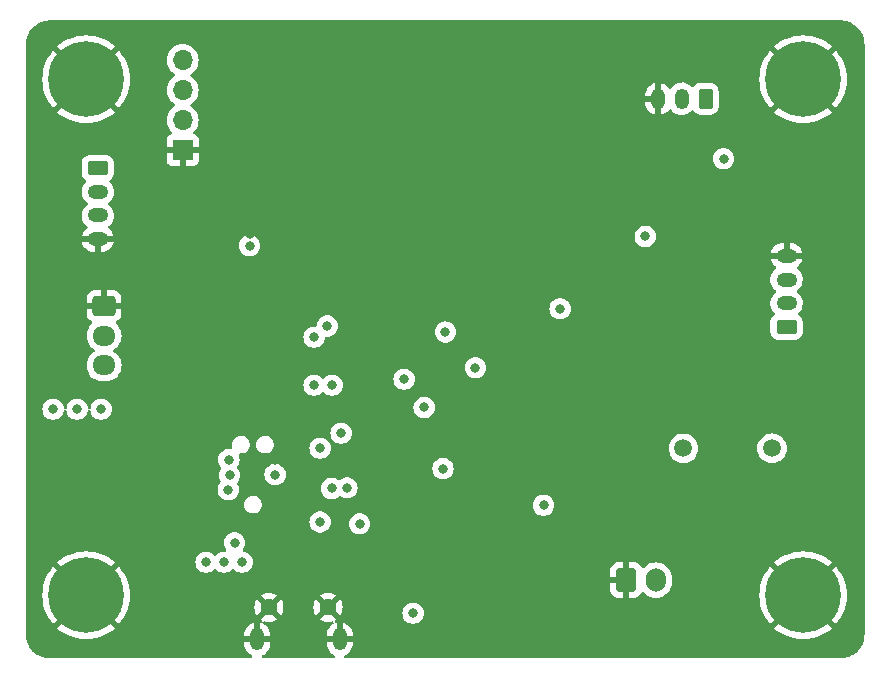
<source format=gbr>
%TF.GenerationSoftware,KiCad,Pcbnew,7.0.5-0*%
%TF.CreationDate,2023-06-02T13:54:40-04:00*%
%TF.ProjectId,7-segment-display-controller,372d7365-676d-4656-9e74-2d646973706c,B*%
%TF.SameCoordinates,Original*%
%TF.FileFunction,Copper,L2,Inr*%
%TF.FilePolarity,Positive*%
%FSLAX46Y46*%
G04 Gerber Fmt 4.6, Leading zero omitted, Abs format (unit mm)*
G04 Created by KiCad (PCBNEW 7.0.5-0) date 2023-06-02 13:54:40*
%MOMM*%
%LPD*%
G01*
G04 APERTURE LIST*
G04 Aperture macros list*
%AMRoundRect*
0 Rectangle with rounded corners*
0 $1 Rounding radius*
0 $2 $3 $4 $5 $6 $7 $8 $9 X,Y pos of 4 corners*
0 Add a 4 corners polygon primitive as box body*
4,1,4,$2,$3,$4,$5,$6,$7,$8,$9,$2,$3,0*
0 Add four circle primitives for the rounded corners*
1,1,$1+$1,$2,$3*
1,1,$1+$1,$4,$5*
1,1,$1+$1,$6,$7*
1,1,$1+$1,$8,$9*
0 Add four rect primitives between the rounded corners*
20,1,$1+$1,$2,$3,$4,$5,0*
20,1,$1+$1,$4,$5,$6,$7,0*
20,1,$1+$1,$6,$7,$8,$9,0*
20,1,$1+$1,$8,$9,$2,$3,0*%
G04 Aperture macros list end*
%TA.AperFunction,ComponentPad*%
%ADD10C,0.800000*%
%TD*%
%TA.AperFunction,ComponentPad*%
%ADD11C,6.400000*%
%TD*%
%TA.AperFunction,ComponentPad*%
%ADD12R,1.700000X1.700000*%
%TD*%
%TA.AperFunction,ComponentPad*%
%ADD13O,1.700000X1.700000*%
%TD*%
%TA.AperFunction,ComponentPad*%
%ADD14O,1.200000X1.900000*%
%TD*%
%TA.AperFunction,ComponentPad*%
%ADD15C,1.450000*%
%TD*%
%TA.AperFunction,ComponentPad*%
%ADD16RoundRect,0.250000X0.350000X0.625000X-0.350000X0.625000X-0.350000X-0.625000X0.350000X-0.625000X0*%
%TD*%
%TA.AperFunction,ComponentPad*%
%ADD17O,1.200000X1.750000*%
%TD*%
%TA.AperFunction,ComponentPad*%
%ADD18RoundRect,0.250000X-0.725000X0.600000X-0.725000X-0.600000X0.725000X-0.600000X0.725000X0.600000X0*%
%TD*%
%TA.AperFunction,ComponentPad*%
%ADD19O,1.950000X1.700000*%
%TD*%
%TA.AperFunction,ComponentPad*%
%ADD20C,1.500000*%
%TD*%
%TA.AperFunction,ComponentPad*%
%ADD21RoundRect,0.250000X0.625000X-0.350000X0.625000X0.350000X-0.625000X0.350000X-0.625000X-0.350000X0*%
%TD*%
%TA.AperFunction,ComponentPad*%
%ADD22O,1.750000X1.200000*%
%TD*%
%TA.AperFunction,ComponentPad*%
%ADD23RoundRect,0.250000X-0.600000X-0.750000X0.600000X-0.750000X0.600000X0.750000X-0.600000X0.750000X0*%
%TD*%
%TA.AperFunction,ComponentPad*%
%ADD24O,1.700000X2.000000*%
%TD*%
%TA.AperFunction,ComponentPad*%
%ADD25RoundRect,0.250000X-0.625000X0.350000X-0.625000X-0.350000X0.625000X-0.350000X0.625000X0.350000X0*%
%TD*%
%TA.AperFunction,ViaPad*%
%ADD26C,0.800000*%
%TD*%
G04 APERTURE END LIST*
D10*
%TO.N,GND*%
%TO.C,H104*%
X5207000Y-46368000D03*
X6904056Y-50465056D03*
X6904056Y-47070944D03*
X7607000Y-48768000D03*
D11*
X5207000Y-48768000D03*
D10*
X5207000Y-51168000D03*
X3509944Y-47070944D03*
X3509944Y-50465056D03*
X2807000Y-48768000D03*
%TD*%
%TO.N,GND*%
%TO.C,H103*%
X5207000Y-2680000D03*
X6904056Y-6777056D03*
X6904056Y-3382944D03*
X7607000Y-5080000D03*
D11*
X5207000Y-5080000D03*
D10*
X5207000Y-7480000D03*
X3509944Y-3382944D03*
X3509944Y-6777056D03*
X2807000Y-5080000D03*
%TD*%
%TO.N,GND*%
%TO.C,H102*%
X65913000Y-46368000D03*
X67610056Y-50465056D03*
X67610056Y-47070944D03*
X68313000Y-48768000D03*
D11*
X65913000Y-48768000D03*
D10*
X65913000Y-51168000D03*
X64215944Y-47070944D03*
X64215944Y-50465056D03*
X63513000Y-48768000D03*
%TD*%
%TO.N,GND*%
%TO.C,H101*%
X65913000Y-2680000D03*
X67610056Y-6777056D03*
X67610056Y-3382944D03*
X68313000Y-5080000D03*
D11*
X65913000Y-5080000D03*
D10*
X65913000Y-7480000D03*
X64215944Y-3382944D03*
X64215944Y-6777056D03*
X63513000Y-5080000D03*
%TD*%
D12*
%TO.N,GND*%
%TO.C,OLED101*%
X13388000Y-11079000D03*
D13*
%TO.N,+3V3*%
X13388000Y-8539000D03*
%TO.N,/SCL*%
X13388000Y-5999000D03*
%TO.N,/SDA*%
X13388000Y-3459000D03*
%TD*%
D14*
%TO.N,GND*%
%TO.C,J102*%
X19690200Y-52494700D03*
D15*
X20690200Y-49794700D03*
X25690200Y-49794700D03*
D14*
X26690200Y-52494700D03*
%TD*%
D16*
%TO.N,+3V3*%
%TO.C,J106*%
X57658000Y-6731000D03*
D17*
%TO.N,/IR_RECV*%
X55658000Y-6731000D03*
%TO.N,GND*%
X53658000Y-6731000D03*
%TD*%
D18*
%TO.N,GND*%
%TO.C,J104*%
X6731000Y-24297000D03*
D19*
%TO.N,Net-(J104-Pin_2)*%
X6731000Y-26797000D03*
%TO.N,+5V*%
X6731000Y-29297000D03*
%TD*%
D20*
%TO.N,*%
%TO.C,BT101*%
X55790000Y-36322000D03*
X63290000Y-36322000D03*
%TD*%
D21*
%TO.N,VBUS*%
%TO.C,J103*%
X64516000Y-26035000D03*
D22*
%TO.N,/UART_TX*%
X64516000Y-24035000D03*
%TO.N,/UART_RX*%
X64516000Y-22035000D03*
%TO.N,GND*%
X64516000Y-20035000D03*
%TD*%
D23*
%TO.N,GND*%
%TO.C,J107*%
X50947000Y-47481000D03*
D24*
%TO.N,VBUS*%
X53447000Y-47481000D03*
%TD*%
D25*
%TO.N,+3V3*%
%TO.C,J105*%
X6207000Y-12605000D03*
D22*
%TO.N,/SCL*%
X6207000Y-14605000D03*
%TO.N,/SDA*%
X6207000Y-16605000D03*
%TO.N,GND*%
X6207000Y-18605000D03*
%TD*%
D26*
%TO.N,+3V3*%
X45339000Y-24511000D03*
%TO.N,GND*%
X43815000Y-38989000D03*
X44704000Y-36322000D03*
X42926000Y-37592000D03*
X48197000Y-32258000D03*
X18669000Y-21717000D03*
X30149800Y-34508000D03*
X58801000Y-24511000D03*
X34874200Y-31496000D03*
X24511000Y-48499900D03*
X35737800Y-39560800D03*
X29718000Y-25273000D03*
X10033000Y-34163000D03*
X28448000Y-38100000D03*
X27355800Y-44043600D03*
X25628600Y-24434800D03*
X40309800Y-46304000D03*
X22352000Y-29337000D03*
X21209000Y-37312600D03*
X34192699Y-38307499D03*
X47371000Y-30632400D03*
X59182000Y-15621000D03*
X43967400Y-29032200D03*
X67741800Y-38811200D03*
X38481000Y-42291000D03*
X9779000Y-38100000D03*
X58801000Y-19964400D03*
X2971800Y-43129200D03*
X44118900Y-27191000D03*
X1701800Y-43129200D03*
X58808200Y-22156000D03*
X25146000Y-44323000D03*
X19050000Y-18161000D03*
%TO.N,+3V3*%
X43942000Y-41148000D03*
X6477000Y-33020000D03*
X35426122Y-38044557D03*
X25019000Y-36322000D03*
X26797000Y-35052000D03*
X52552600Y-18389600D03*
X25628600Y-25971800D03*
X24511000Y-26924000D03*
X2413000Y-33020000D03*
X4445000Y-33020000D03*
X32893000Y-50292000D03*
%TO.N,/NRST*%
X59182000Y-11811000D03*
X33832800Y-32867600D03*
X25019000Y-42557100D03*
X21209000Y-38557200D03*
%TO.N,/SWO*%
X17297400Y-37287200D03*
X28371800Y-42722800D03*
%TO.N,/SWCLK*%
X27294600Y-39674800D03*
X17361500Y-38608000D03*
%TO.N,/SWDIO*%
X25994600Y-39725600D03*
X17246600Y-39827200D03*
%TO.N,VBUS*%
X17783000Y-44326000D03*
X18415000Y-45974000D03*
X15367000Y-45974000D03*
X16891000Y-45974000D03*
%TO.N,/UART_TX*%
X38176200Y-29508000D03*
%TO.N,/UART_RX*%
X35627800Y-26483800D03*
%TO.N,/RGB_LED*%
X19050000Y-19177000D03*
X32131000Y-30480000D03*
%TO.N,/SCL*%
X26035000Y-30988000D03*
%TO.N,/SDA*%
X24511000Y-30988000D03*
%TD*%
%TA.AperFunction,Conductor*%
%TO.N,GND*%
G36*
X7063420Y-50270867D02*
G01*
X7001601Y-50229561D01*
X6928680Y-50215056D01*
X6879432Y-50215056D01*
X6806511Y-50229561D01*
X6723816Y-50284816D01*
X6668561Y-50367511D01*
X6649158Y-50465056D01*
X6668561Y-50562601D01*
X6709867Y-50624420D01*
X6151180Y-50065733D01*
X6341870Y-49902870D01*
X6504733Y-49712180D01*
X7063420Y-50270867D01*
G37*
%TD.AperFunction*%
%TA.AperFunction,Conductor*%
G36*
X4072130Y-49902870D02*
G01*
X4262819Y-50065733D01*
X3704135Y-50624416D01*
X3745439Y-50562601D01*
X3764842Y-50465056D01*
X3745439Y-50367511D01*
X3690184Y-50284816D01*
X3607489Y-50229561D01*
X3534568Y-50215056D01*
X3485320Y-50215056D01*
X3412399Y-50229561D01*
X3350577Y-50270868D01*
X3909266Y-49712180D01*
X4072130Y-49902870D01*
G37*
%TD.AperFunction*%
%TA.AperFunction,Conductor*%
G36*
X4262818Y-47470267D02*
G01*
X4072130Y-47633130D01*
X3909266Y-47823818D01*
X3350582Y-47265134D01*
X3412399Y-47306439D01*
X3485320Y-47320944D01*
X3534568Y-47320944D01*
X3607489Y-47306439D01*
X3690184Y-47251184D01*
X3745439Y-47168489D01*
X3764842Y-47070944D01*
X3745439Y-46973399D01*
X3704135Y-46911583D01*
X4262818Y-47470267D01*
G37*
%TD.AperFunction*%
%TA.AperFunction,Conductor*%
G36*
X6668561Y-46973399D02*
G01*
X6649158Y-47070944D01*
X6668561Y-47168489D01*
X6723816Y-47251184D01*
X6806511Y-47306439D01*
X6879432Y-47320944D01*
X6928680Y-47320944D01*
X7001601Y-47306439D01*
X7063415Y-47265135D01*
X6504732Y-47823818D01*
X6341870Y-47633130D01*
X6151179Y-47470266D01*
X6709869Y-46911576D01*
X6668561Y-46973399D01*
G37*
%TD.AperFunction*%
%TA.AperFunction,Conductor*%
G36*
X67769420Y-50270867D02*
G01*
X67707601Y-50229561D01*
X67634680Y-50215056D01*
X67585432Y-50215056D01*
X67512511Y-50229561D01*
X67429816Y-50284816D01*
X67374561Y-50367511D01*
X67355158Y-50465056D01*
X67374561Y-50562601D01*
X67415867Y-50624420D01*
X66857180Y-50065733D01*
X67047870Y-49902870D01*
X67210733Y-49712180D01*
X67769420Y-50270867D01*
G37*
%TD.AperFunction*%
%TA.AperFunction,Conductor*%
G36*
X64778130Y-49902870D02*
G01*
X64968819Y-50065733D01*
X64410135Y-50624416D01*
X64451439Y-50562601D01*
X64470842Y-50465056D01*
X64451439Y-50367511D01*
X64396184Y-50284816D01*
X64313489Y-50229561D01*
X64240568Y-50215056D01*
X64191320Y-50215056D01*
X64118399Y-50229561D01*
X64056576Y-50270869D01*
X64615266Y-49712179D01*
X64778130Y-49902870D01*
G37*
%TD.AperFunction*%
%TA.AperFunction,Conductor*%
G36*
X64968819Y-47470266D02*
G01*
X64778130Y-47633130D01*
X64615266Y-47823818D01*
X64056582Y-47265134D01*
X64118399Y-47306439D01*
X64191320Y-47320944D01*
X64240568Y-47320944D01*
X64313489Y-47306439D01*
X64396184Y-47251184D01*
X64451439Y-47168489D01*
X64470842Y-47070944D01*
X64451439Y-46973399D01*
X64410133Y-46911581D01*
X64968819Y-47470266D01*
G37*
%TD.AperFunction*%
%TA.AperFunction,Conductor*%
G36*
X67374561Y-46973399D02*
G01*
X67355158Y-47070944D01*
X67374561Y-47168489D01*
X67429816Y-47251184D01*
X67512511Y-47306439D01*
X67585432Y-47320944D01*
X67634680Y-47320944D01*
X67707601Y-47306439D01*
X67769415Y-47265135D01*
X67210732Y-47823818D01*
X67047870Y-47633130D01*
X66857180Y-47470266D01*
X67415867Y-46911578D01*
X67374561Y-46973399D01*
G37*
%TD.AperFunction*%
%TA.AperFunction,Conductor*%
G36*
X7063420Y-6582867D02*
G01*
X7001601Y-6541561D01*
X6928680Y-6527056D01*
X6879432Y-6527056D01*
X6806511Y-6541561D01*
X6723816Y-6596816D01*
X6668561Y-6679511D01*
X6649158Y-6777056D01*
X6668561Y-6874601D01*
X6709867Y-6936420D01*
X6151180Y-6377733D01*
X6341870Y-6214870D01*
X6504733Y-6024180D01*
X7063420Y-6582867D01*
G37*
%TD.AperFunction*%
%TA.AperFunction,Conductor*%
G36*
X4072130Y-6214870D02*
G01*
X4262819Y-6377733D01*
X3704135Y-6936416D01*
X3745439Y-6874601D01*
X3764842Y-6777056D01*
X3745439Y-6679511D01*
X3690184Y-6596816D01*
X3607489Y-6541561D01*
X3534568Y-6527056D01*
X3485320Y-6527056D01*
X3412399Y-6541561D01*
X3350577Y-6582868D01*
X3909266Y-6024180D01*
X4072130Y-6214870D01*
G37*
%TD.AperFunction*%
%TA.AperFunction,Conductor*%
G36*
X4262819Y-3782266D02*
G01*
X4072130Y-3945130D01*
X3909266Y-4135818D01*
X3350582Y-3577134D01*
X3412399Y-3618439D01*
X3485320Y-3632944D01*
X3534568Y-3632944D01*
X3607489Y-3618439D01*
X3690184Y-3563184D01*
X3745439Y-3480489D01*
X3764842Y-3382944D01*
X3745439Y-3285399D01*
X3704133Y-3223581D01*
X4262819Y-3782266D01*
G37*
%TD.AperFunction*%
%TA.AperFunction,Conductor*%
G36*
X6668561Y-3285399D02*
G01*
X6649158Y-3382944D01*
X6668561Y-3480489D01*
X6723816Y-3563184D01*
X6806511Y-3618439D01*
X6879432Y-3632944D01*
X6928680Y-3632944D01*
X7001601Y-3618439D01*
X7063414Y-3577136D01*
X6504732Y-4135818D01*
X6341870Y-3945130D01*
X6151180Y-3782266D01*
X6709867Y-3223578D01*
X6668561Y-3285399D01*
G37*
%TD.AperFunction*%
%TA.AperFunction,Conductor*%
G36*
X67769420Y-6582867D02*
G01*
X67707601Y-6541561D01*
X67634680Y-6527056D01*
X67585432Y-6527056D01*
X67512511Y-6541561D01*
X67429816Y-6596816D01*
X67374561Y-6679511D01*
X67355158Y-6777056D01*
X67374561Y-6874601D01*
X67415867Y-6936420D01*
X66857180Y-6377733D01*
X67047870Y-6214870D01*
X67210733Y-6024180D01*
X67769420Y-6582867D01*
G37*
%TD.AperFunction*%
%TA.AperFunction,Conductor*%
G36*
X64778130Y-6214870D02*
G01*
X64968819Y-6377733D01*
X64410135Y-6936416D01*
X64451439Y-6874601D01*
X64470842Y-6777056D01*
X64451439Y-6679511D01*
X64396184Y-6596816D01*
X64313489Y-6541561D01*
X64240568Y-6527056D01*
X64191320Y-6527056D01*
X64118399Y-6541561D01*
X64056577Y-6582868D01*
X64615266Y-6024180D01*
X64778130Y-6214870D01*
G37*
%TD.AperFunction*%
%TA.AperFunction,Conductor*%
G36*
X64968819Y-3782266D02*
G01*
X64778130Y-3945130D01*
X64615266Y-4135818D01*
X64056582Y-3577134D01*
X64118399Y-3618439D01*
X64191320Y-3632944D01*
X64240568Y-3632944D01*
X64313489Y-3618439D01*
X64396184Y-3563184D01*
X64451439Y-3480489D01*
X64470842Y-3382944D01*
X64451439Y-3285399D01*
X64410133Y-3223581D01*
X64968819Y-3782266D01*
G37*
%TD.AperFunction*%
%TA.AperFunction,Conductor*%
G36*
X67374561Y-3285399D02*
G01*
X67355158Y-3382944D01*
X67374561Y-3480489D01*
X67429816Y-3563184D01*
X67512511Y-3618439D01*
X67585432Y-3632944D01*
X67634680Y-3632944D01*
X67707601Y-3618439D01*
X67769415Y-3577135D01*
X67210732Y-4135818D01*
X67047870Y-3945130D01*
X66857180Y-3782266D01*
X67415867Y-3223578D01*
X67374561Y-3285399D01*
G37*
%TD.AperFunction*%
%TA.AperFunction,Conductor*%
G36*
X69118019Y-88633D02*
G01*
X69156149Y-91131D01*
X69199793Y-93992D01*
X69381459Y-106985D01*
X69389102Y-108015D01*
X69505451Y-131158D01*
X69649666Y-162531D01*
X69656383Y-164395D01*
X69774618Y-204531D01*
X69776224Y-205103D01*
X69907740Y-254156D01*
X69913483Y-256635D01*
X70027830Y-313024D01*
X70030042Y-314173D01*
X70150913Y-380173D01*
X70155641Y-383037D01*
X70262649Y-454537D01*
X70265358Y-456454D01*
X70374652Y-538271D01*
X70378345Y-541265D01*
X70475502Y-626469D01*
X70478448Y-629228D01*
X70574769Y-725549D01*
X70577526Y-728492D01*
X70662729Y-825648D01*
X70665732Y-829353D01*
X70717564Y-898592D01*
X70747543Y-938639D01*
X70749461Y-941349D01*
X70820961Y-1048357D01*
X70823828Y-1053091D01*
X70889802Y-1173912D01*
X70890992Y-1176204D01*
X70947356Y-1290499D01*
X70949842Y-1296258D01*
X70998878Y-1427727D01*
X70999497Y-1429465D01*
X71039597Y-1547596D01*
X71041472Y-1554352D01*
X71072848Y-1698590D01*
X71095980Y-1814880D01*
X71097015Y-1822560D01*
X71110021Y-2004413D01*
X71115367Y-2085966D01*
X71115500Y-2090023D01*
X71115500Y-52085976D01*
X71115367Y-52090033D01*
X71110021Y-52171585D01*
X71097015Y-52353438D01*
X71095980Y-52361118D01*
X71072848Y-52477408D01*
X71041472Y-52621646D01*
X71039597Y-52628402D01*
X70999497Y-52746533D01*
X70998878Y-52748271D01*
X70949842Y-52879740D01*
X70947356Y-52885499D01*
X70890992Y-52999794D01*
X70889802Y-53002086D01*
X70823828Y-53122907D01*
X70820961Y-53127641D01*
X70749461Y-53234649D01*
X70747543Y-53237359D01*
X70665744Y-53346631D01*
X70662723Y-53350357D01*
X70577529Y-53447502D01*
X70574755Y-53450464D01*
X70478464Y-53546755D01*
X70475502Y-53549529D01*
X70378357Y-53634723D01*
X70374631Y-53637744D01*
X70265359Y-53719543D01*
X70262649Y-53721461D01*
X70155641Y-53792961D01*
X70150907Y-53795828D01*
X70030086Y-53861802D01*
X70027794Y-53862992D01*
X69913499Y-53919356D01*
X69907740Y-53921842D01*
X69776271Y-53970878D01*
X69774533Y-53971497D01*
X69656402Y-54011597D01*
X69649646Y-54013472D01*
X69505408Y-54044848D01*
X69389118Y-54067980D01*
X69381438Y-54069015D01*
X69199585Y-54082021D01*
X69143608Y-54085690D01*
X69118025Y-54087367D01*
X69113976Y-54087500D01*
X27186822Y-54087500D01*
X27119783Y-54067815D01*
X27074028Y-54015011D01*
X27064084Y-53945853D01*
X27093109Y-53882297D01*
X27135311Y-53850705D01*
X27242707Y-53801659D01*
X27413819Y-53679810D01*
X27413825Y-53679804D01*
X27558792Y-53527767D01*
X27672366Y-53351042D01*
X27750444Y-53156014D01*
X27790200Y-52949737D01*
X27790200Y-52744700D01*
X26990200Y-52744700D01*
X26990200Y-52244700D01*
X27790199Y-52244700D01*
X27790200Y-52092301D01*
X27775234Y-51935577D01*
X27775233Y-51935573D01*
X27716050Y-51734013D01*
X27619786Y-51547285D01*
X27489931Y-51382162D01*
X27489928Y-51382159D01*
X27331169Y-51244594D01*
X27331158Y-51244585D01*
X27149239Y-51139555D01*
X27149232Y-51139552D01*
X26950716Y-51070844D01*
X26940199Y-51069332D01*
X26940199Y-51978588D01*
X26915743Y-51939090D01*
X26826238Y-51871499D01*
X26718360Y-51840805D01*
X26606679Y-51851154D01*
X26506278Y-51901148D01*
X26440200Y-51973630D01*
X26440200Y-51073440D01*
X26405021Y-51081975D01*
X26335230Y-51078650D01*
X26278316Y-51038121D01*
X26252348Y-50973257D01*
X26265572Y-50904650D01*
X26304663Y-50859896D01*
X26361820Y-50819873D01*
X25756452Y-50214504D01*
X25823169Y-50203938D01*
X25943123Y-50142818D01*
X26038318Y-50047623D01*
X26099438Y-49927669D01*
X26110004Y-49860951D01*
X26715373Y-50466319D01*
X26755135Y-50409535D01*
X26809942Y-50292000D01*
X31987540Y-50292000D01*
X32007326Y-50480256D01*
X32007327Y-50480259D01*
X32065818Y-50660277D01*
X32065821Y-50660284D01*
X32160467Y-50824216D01*
X32244911Y-50918000D01*
X32287129Y-50964888D01*
X32440265Y-51076148D01*
X32440270Y-51076151D01*
X32613192Y-51153142D01*
X32613197Y-51153144D01*
X32798354Y-51192500D01*
X32798355Y-51192500D01*
X32987644Y-51192500D01*
X32987646Y-51192500D01*
X33172803Y-51153144D01*
X33345730Y-51076151D01*
X33498871Y-50964888D01*
X33625533Y-50824216D01*
X33720179Y-50660284D01*
X33778674Y-50480256D01*
X33798460Y-50292000D01*
X33778674Y-50103744D01*
X33720179Y-49923716D01*
X33625533Y-49759784D01*
X33498871Y-49619112D01*
X33498870Y-49619111D01*
X33345734Y-49507851D01*
X33345729Y-49507848D01*
X33172807Y-49430857D01*
X33172802Y-49430855D01*
X33027001Y-49399865D01*
X32987646Y-49391500D01*
X32798354Y-49391500D01*
X32765897Y-49398398D01*
X32613197Y-49430855D01*
X32613192Y-49430857D01*
X32440270Y-49507848D01*
X32440265Y-49507851D01*
X32287129Y-49619111D01*
X32160466Y-49759785D01*
X32065821Y-49923715D01*
X32065818Y-49923722D01*
X32019450Y-50066430D01*
X32007326Y-50103744D01*
X31987540Y-50292000D01*
X26809942Y-50292000D01*
X26845717Y-50215281D01*
X26845722Y-50215267D01*
X26901195Y-50008237D01*
X26901197Y-50008227D01*
X26919879Y-49794700D01*
X26919879Y-49794699D01*
X26901197Y-49581172D01*
X26901195Y-49581162D01*
X26845722Y-49374132D01*
X26845718Y-49374123D01*
X26755133Y-49179862D01*
X26715373Y-49123078D01*
X26110004Y-49728447D01*
X26099438Y-49661731D01*
X26038318Y-49541777D01*
X25943123Y-49446582D01*
X25823169Y-49385462D01*
X25756451Y-49374895D01*
X26361820Y-48769525D01*
X26305039Y-48729767D01*
X26110776Y-48639181D01*
X26110767Y-48639177D01*
X25903737Y-48583704D01*
X25903727Y-48583702D01*
X25690201Y-48565021D01*
X25690199Y-48565021D01*
X25476672Y-48583702D01*
X25476662Y-48583704D01*
X25269632Y-48639177D01*
X25269623Y-48639181D01*
X25075358Y-48729768D01*
X25018578Y-48769524D01*
X25623948Y-49374894D01*
X25557231Y-49385462D01*
X25437277Y-49446582D01*
X25342082Y-49541777D01*
X25280962Y-49661731D01*
X25270395Y-49728449D01*
X24665024Y-49123078D01*
X24625268Y-49179858D01*
X24534681Y-49374123D01*
X24534677Y-49374132D01*
X24479204Y-49581162D01*
X24479202Y-49581172D01*
X24460521Y-49794699D01*
X24460521Y-49794700D01*
X24479202Y-50008227D01*
X24479204Y-50008237D01*
X24534677Y-50215267D01*
X24534681Y-50215276D01*
X24625267Y-50409539D01*
X24665025Y-50466320D01*
X25270395Y-49860950D01*
X25280962Y-49927669D01*
X25342082Y-50047623D01*
X25437277Y-50142818D01*
X25557231Y-50203938D01*
X25623947Y-50214504D01*
X25018578Y-50819873D01*
X25075360Y-50859633D01*
X25269623Y-50950218D01*
X25269632Y-50950222D01*
X25476662Y-51005695D01*
X25476672Y-51005697D01*
X25690199Y-51024379D01*
X25690201Y-51024379D01*
X25903727Y-51005697D01*
X25903734Y-51005696D01*
X26024843Y-50973245D01*
X26094693Y-50974908D01*
X26152556Y-51014070D01*
X26180060Y-51078299D01*
X26168474Y-51147201D01*
X26128865Y-51194027D01*
X25966576Y-51309593D01*
X25966574Y-51309595D01*
X25821607Y-51461632D01*
X25708033Y-51638357D01*
X25629955Y-51833385D01*
X25590200Y-52039662D01*
X25590200Y-52244700D01*
X26390200Y-52244700D01*
X26390200Y-52744700D01*
X25590200Y-52744700D01*
X25590200Y-52897098D01*
X25605165Y-53053822D01*
X25605166Y-53053826D01*
X25664349Y-53255386D01*
X25760613Y-53442114D01*
X25890468Y-53607237D01*
X25890471Y-53607240D01*
X26049230Y-53744805D01*
X26049241Y-53744814D01*
X26231162Y-53849845D01*
X26233046Y-53850706D01*
X26233831Y-53851387D01*
X26236281Y-53852801D01*
X26236008Y-53853273D01*
X26285849Y-53896462D01*
X26305533Y-53963502D01*
X26285848Y-54030541D01*
X26233043Y-54076295D01*
X26181533Y-54087500D01*
X20186822Y-54087500D01*
X20119783Y-54067815D01*
X20074028Y-54015011D01*
X20064084Y-53945853D01*
X20093109Y-53882297D01*
X20135311Y-53850705D01*
X20242707Y-53801659D01*
X20413819Y-53679810D01*
X20413825Y-53679804D01*
X20558792Y-53527767D01*
X20672366Y-53351042D01*
X20750444Y-53156014D01*
X20790200Y-52949737D01*
X20790200Y-52744700D01*
X19990200Y-52744700D01*
X19990200Y-52244700D01*
X20790200Y-52244700D01*
X20790200Y-52092301D01*
X20775234Y-51935577D01*
X20775233Y-51935573D01*
X20716050Y-51734013D01*
X20619786Y-51547285D01*
X20489931Y-51382162D01*
X20489928Y-51382159D01*
X20331169Y-51244594D01*
X20331158Y-51244585D01*
X20248728Y-51196995D01*
X20200512Y-51146428D01*
X20187289Y-51077821D01*
X20213257Y-51012956D01*
X20270171Y-50972428D01*
X20339962Y-50969103D01*
X20342821Y-50969833D01*
X20476662Y-51005695D01*
X20476672Y-51005697D01*
X20690199Y-51024379D01*
X20690201Y-51024379D01*
X20903727Y-51005697D01*
X20903737Y-51005695D01*
X21110767Y-50950222D01*
X21110781Y-50950217D01*
X21305035Y-50859635D01*
X21361820Y-50819873D01*
X20756452Y-50214504D01*
X20823169Y-50203938D01*
X20943123Y-50142818D01*
X21038318Y-50047623D01*
X21099438Y-49927669D01*
X21110004Y-49860951D01*
X21715373Y-50466319D01*
X21755135Y-50409535D01*
X21845717Y-50215281D01*
X21845722Y-50215267D01*
X21901195Y-50008237D01*
X21901197Y-50008227D01*
X21919879Y-49794700D01*
X21919879Y-49794699D01*
X21901197Y-49581172D01*
X21901195Y-49581162D01*
X21845722Y-49374132D01*
X21845718Y-49374123D01*
X21755133Y-49179862D01*
X21715373Y-49123078D01*
X21110004Y-49728447D01*
X21099438Y-49661731D01*
X21038318Y-49541777D01*
X20943123Y-49446582D01*
X20823169Y-49385462D01*
X20756451Y-49374895D01*
X21361820Y-48769525D01*
X21305039Y-48729767D01*
X21110776Y-48639181D01*
X21110767Y-48639177D01*
X20903737Y-48583704D01*
X20903727Y-48583702D01*
X20690201Y-48565021D01*
X20690199Y-48565021D01*
X20476672Y-48583702D01*
X20476662Y-48583704D01*
X20269632Y-48639177D01*
X20269623Y-48639181D01*
X20075358Y-48729768D01*
X20018578Y-48769524D01*
X20623948Y-49374894D01*
X20557231Y-49385462D01*
X20437277Y-49446582D01*
X20342082Y-49541777D01*
X20280962Y-49661731D01*
X20270395Y-49728449D01*
X19665024Y-49123078D01*
X19625268Y-49179858D01*
X19534681Y-49374123D01*
X19534677Y-49374132D01*
X19479204Y-49581162D01*
X19479202Y-49581172D01*
X19460521Y-49794699D01*
X19460521Y-49794700D01*
X19479202Y-50008227D01*
X19479204Y-50008237D01*
X19534677Y-50215267D01*
X19534681Y-50215276D01*
X19625267Y-50409539D01*
X19665025Y-50466320D01*
X20270395Y-49860950D01*
X20280962Y-49927669D01*
X20342082Y-50047623D01*
X20437277Y-50142818D01*
X20557231Y-50203938D01*
X20623947Y-50214504D01*
X20018578Y-50819873D01*
X20066728Y-50853588D01*
X20110353Y-50908165D01*
X20117545Y-50977664D01*
X20086023Y-51040018D01*
X20025793Y-51075432D01*
X19955978Y-51072661D01*
X19955050Y-51072344D01*
X19950719Y-51070845D01*
X19950715Y-51070844D01*
X19940200Y-51069332D01*
X19940200Y-51978589D01*
X19915743Y-51939090D01*
X19826238Y-51871499D01*
X19718360Y-51840805D01*
X19606679Y-51851154D01*
X19506278Y-51901148D01*
X19440200Y-51973630D01*
X19440200Y-51073440D01*
X19440199Y-51073440D01*
X19328794Y-51100468D01*
X19328782Y-51100472D01*
X19137697Y-51187737D01*
X19137696Y-51187738D01*
X18966580Y-51309589D01*
X18966574Y-51309595D01*
X18821607Y-51461632D01*
X18708033Y-51638357D01*
X18629955Y-51833385D01*
X18590200Y-52039662D01*
X18590200Y-52244700D01*
X19390200Y-52244700D01*
X19390200Y-52744700D01*
X18590200Y-52744700D01*
X18590200Y-52897098D01*
X18605165Y-53053822D01*
X18605166Y-53053826D01*
X18664349Y-53255386D01*
X18760613Y-53442114D01*
X18890468Y-53607237D01*
X18890471Y-53607240D01*
X19049230Y-53744805D01*
X19049241Y-53744814D01*
X19231162Y-53849845D01*
X19233046Y-53850706D01*
X19233831Y-53851387D01*
X19236281Y-53852801D01*
X19236008Y-53853273D01*
X19285849Y-53896462D01*
X19305533Y-53963502D01*
X19285848Y-54030541D01*
X19233043Y-54076295D01*
X19181533Y-54087500D01*
X2118024Y-54087500D01*
X2113974Y-54087367D01*
X2083355Y-54085360D01*
X2032413Y-54082021D01*
X1850560Y-54069015D01*
X1842880Y-54067980D01*
X1726590Y-54044848D01*
X1582352Y-54013472D01*
X1575596Y-54011597D01*
X1457465Y-53971497D01*
X1455727Y-53970878D01*
X1324258Y-53921842D01*
X1318499Y-53919356D01*
X1204204Y-53862992D01*
X1201912Y-53861802D01*
X1186292Y-53853273D01*
X1162890Y-53840494D01*
X1081091Y-53795828D01*
X1076357Y-53792961D01*
X969349Y-53721461D01*
X966639Y-53719543D01*
X913553Y-53679804D01*
X857353Y-53637732D01*
X853648Y-53634729D01*
X756492Y-53549526D01*
X753549Y-53546769D01*
X657228Y-53450448D01*
X654469Y-53447502D01*
X569876Y-53351042D01*
X569265Y-53350345D01*
X566271Y-53346652D01*
X484454Y-53237358D01*
X482537Y-53234649D01*
X411037Y-53127641D01*
X408170Y-53122907D01*
X342173Y-53002042D01*
X341024Y-52999830D01*
X284635Y-52885483D01*
X282156Y-52879740D01*
X233103Y-52748224D01*
X232531Y-52746618D01*
X192395Y-52628383D01*
X190531Y-52621666D01*
X159150Y-52477408D01*
X136015Y-52361102D01*
X134985Y-52353459D01*
X121992Y-52171793D01*
X118394Y-52116898D01*
X116633Y-52090018D01*
X116500Y-52085963D01*
X116500Y-48768000D01*
X1501922Y-48768000D01*
X1522219Y-49155287D01*
X1582886Y-49538323D01*
X1582887Y-49538330D01*
X1683262Y-49912936D01*
X1822244Y-50274994D01*
X1998310Y-50620543D01*
X2209531Y-50945793D01*
X2418095Y-51203350D01*
X2418096Y-51203350D01*
X3315756Y-50305689D01*
X3274449Y-50367511D01*
X3255046Y-50465056D01*
X3274449Y-50562601D01*
X3329704Y-50645296D01*
X3412399Y-50700551D01*
X3485320Y-50715056D01*
X3534568Y-50715056D01*
X3607489Y-50700551D01*
X3669304Y-50659247D01*
X2771648Y-51556903D01*
X2771649Y-51556904D01*
X3029206Y-51765468D01*
X3354456Y-51976689D01*
X3700005Y-52152755D01*
X4062063Y-52291737D01*
X4436669Y-52392112D01*
X4436676Y-52392113D01*
X4819712Y-52452780D01*
X5206999Y-52473078D01*
X5207001Y-52473078D01*
X5594287Y-52452780D01*
X5977323Y-52392113D01*
X5977330Y-52392112D01*
X6351936Y-52291737D01*
X6713994Y-52152755D01*
X7059543Y-51976689D01*
X7384783Y-51765476D01*
X7384785Y-51765475D01*
X7642349Y-51556902D01*
X6744691Y-50659244D01*
X6806511Y-50700551D01*
X6879432Y-50715056D01*
X6928680Y-50715056D01*
X7001601Y-50700551D01*
X7084296Y-50645296D01*
X7139551Y-50562601D01*
X7158954Y-50465056D01*
X7139551Y-50367511D01*
X7098244Y-50305691D01*
X7995902Y-51203349D01*
X8204475Y-50945785D01*
X8204476Y-50945783D01*
X8415689Y-50620543D01*
X8591755Y-50274994D01*
X8730737Y-49912936D01*
X8831112Y-49538330D01*
X8831113Y-49538323D01*
X8891780Y-49155287D01*
X8912078Y-48768000D01*
X8912078Y-48767999D01*
X8891780Y-48380712D01*
X8831113Y-47997676D01*
X8831112Y-47997669D01*
X8730737Y-47623063D01*
X8591755Y-47261005D01*
X8576467Y-47231000D01*
X49597000Y-47231000D01*
X50513314Y-47231000D01*
X50487507Y-47271156D01*
X50447000Y-47409111D01*
X50447000Y-47552889D01*
X50487507Y-47690844D01*
X50513314Y-47731000D01*
X49597001Y-47731000D01*
X49597001Y-48280986D01*
X49607494Y-48383697D01*
X49662641Y-48550119D01*
X49662643Y-48550124D01*
X49754684Y-48699345D01*
X49878654Y-48823315D01*
X50027875Y-48915356D01*
X50027880Y-48915358D01*
X50194302Y-48970505D01*
X50194309Y-48970506D01*
X50297019Y-48980999D01*
X50696999Y-48980999D01*
X50697000Y-48980998D01*
X50697000Y-47916501D01*
X50804685Y-47965680D01*
X50911237Y-47981000D01*
X50982763Y-47981000D01*
X51089315Y-47965680D01*
X51197000Y-47916501D01*
X51197000Y-48980999D01*
X51596972Y-48980999D01*
X51596986Y-48980998D01*
X51699697Y-48970505D01*
X51866119Y-48915358D01*
X51866124Y-48915356D01*
X52015345Y-48823315D01*
X52139315Y-48699345D01*
X52234815Y-48544516D01*
X52286763Y-48497792D01*
X52355726Y-48486569D01*
X52419808Y-48514413D01*
X52428034Y-48521930D01*
X52575599Y-48669495D01*
X52575602Y-48669497D01*
X52575603Y-48669498D01*
X52769165Y-48805032D01*
X52769167Y-48805033D01*
X52769170Y-48805035D01*
X52983337Y-48904903D01*
X52983343Y-48904904D01*
X52983344Y-48904905D01*
X53022356Y-48915358D01*
X53211592Y-48966063D01*
X53399918Y-48982539D01*
X53446999Y-48986659D01*
X53447000Y-48986659D01*
X53447001Y-48986659D01*
X53486234Y-48983226D01*
X53682408Y-48966063D01*
X53910663Y-48904903D01*
X54124829Y-48805035D01*
X54177721Y-48768000D01*
X62207922Y-48768000D01*
X62228219Y-49155287D01*
X62288886Y-49538323D01*
X62288887Y-49538330D01*
X62389262Y-49912936D01*
X62528244Y-50274994D01*
X62704310Y-50620543D01*
X62915531Y-50945793D01*
X63124095Y-51203350D01*
X63124096Y-51203350D01*
X64021757Y-50305688D01*
X63980449Y-50367511D01*
X63961046Y-50465056D01*
X63980449Y-50562601D01*
X64035704Y-50645296D01*
X64118399Y-50700551D01*
X64191320Y-50715056D01*
X64240568Y-50715056D01*
X64313489Y-50700551D01*
X64375304Y-50659247D01*
X63477648Y-51556903D01*
X63477649Y-51556904D01*
X63735206Y-51765468D01*
X64060456Y-51976689D01*
X64406005Y-52152755D01*
X64768063Y-52291737D01*
X65142669Y-52392112D01*
X65142676Y-52392113D01*
X65525712Y-52452780D01*
X65912999Y-52473078D01*
X65913001Y-52473078D01*
X66300287Y-52452780D01*
X66683323Y-52392113D01*
X66683330Y-52392112D01*
X67057936Y-52291737D01*
X67419994Y-52152755D01*
X67765543Y-51976689D01*
X68090783Y-51765476D01*
X68090785Y-51765475D01*
X68348349Y-51556902D01*
X67450691Y-50659244D01*
X67512511Y-50700551D01*
X67585432Y-50715056D01*
X67634680Y-50715056D01*
X67707601Y-50700551D01*
X67790296Y-50645296D01*
X67845551Y-50562601D01*
X67864954Y-50465056D01*
X67845551Y-50367511D01*
X67804244Y-50305691D01*
X68701902Y-51203349D01*
X68910475Y-50945785D01*
X68910476Y-50945783D01*
X69121689Y-50620543D01*
X69297755Y-50274994D01*
X69436737Y-49912936D01*
X69537112Y-49538330D01*
X69537113Y-49538323D01*
X69597780Y-49155287D01*
X69618078Y-48768000D01*
X69618078Y-48767999D01*
X69597780Y-48380712D01*
X69537113Y-47997676D01*
X69537112Y-47997669D01*
X69436737Y-47623063D01*
X69297755Y-47261005D01*
X69121689Y-46915456D01*
X68910468Y-46590206D01*
X68701904Y-46332649D01*
X68701903Y-46332648D01*
X67804247Y-47230303D01*
X67845551Y-47168489D01*
X67864954Y-47070944D01*
X67845551Y-46973399D01*
X67790296Y-46890704D01*
X67707601Y-46835449D01*
X67634680Y-46820944D01*
X67585432Y-46820944D01*
X67512511Y-46835449D01*
X67450690Y-46876755D01*
X68348350Y-45979096D01*
X68348350Y-45979095D01*
X68090793Y-45770531D01*
X67765543Y-45559310D01*
X67419994Y-45383244D01*
X67057936Y-45244262D01*
X66683330Y-45143887D01*
X66683323Y-45143886D01*
X66300287Y-45083219D01*
X65913001Y-45062922D01*
X65912999Y-45062922D01*
X65525712Y-45083219D01*
X65142676Y-45143886D01*
X65142669Y-45143887D01*
X64768063Y-45244262D01*
X64406005Y-45383244D01*
X64060456Y-45559310D01*
X63735206Y-45770531D01*
X63477648Y-45979095D01*
X63477648Y-45979096D01*
X64375306Y-46876754D01*
X64313489Y-46835449D01*
X64240568Y-46820944D01*
X64191320Y-46820944D01*
X64118399Y-46835449D01*
X64035704Y-46890704D01*
X63980449Y-46973399D01*
X63961046Y-47070944D01*
X63980449Y-47168489D01*
X64021753Y-47230305D01*
X63124096Y-46332648D01*
X63124095Y-46332648D01*
X62915531Y-46590206D01*
X62704310Y-46915456D01*
X62528244Y-47261005D01*
X62389262Y-47623063D01*
X62288887Y-47997669D01*
X62288886Y-47997676D01*
X62228219Y-48380712D01*
X62207922Y-48767999D01*
X62207922Y-48768000D01*
X54177721Y-48768000D01*
X54318401Y-48669495D01*
X54485495Y-48502401D01*
X54621035Y-48308829D01*
X54720903Y-48094663D01*
X54782063Y-47866408D01*
X54797500Y-47689966D01*
X54797500Y-47272034D01*
X54782063Y-47095592D01*
X54720903Y-46867337D01*
X54621035Y-46653171D01*
X54596409Y-46618000D01*
X54485494Y-46459597D01*
X54318402Y-46292506D01*
X54318395Y-46292501D01*
X54124834Y-46156967D01*
X54124830Y-46156965D01*
X54085626Y-46138684D01*
X53910663Y-46057097D01*
X53910659Y-46057096D01*
X53910655Y-46057094D01*
X53682413Y-45995938D01*
X53682403Y-45995936D01*
X53447001Y-45975341D01*
X53446999Y-45975341D01*
X53211596Y-45995936D01*
X53211586Y-45995938D01*
X52983344Y-46057094D01*
X52983335Y-46057098D01*
X52769171Y-46156964D01*
X52769169Y-46156965D01*
X52575597Y-46292505D01*
X52428035Y-46440068D01*
X52366712Y-46473553D01*
X52297020Y-46468569D01*
X52241087Y-46426697D01*
X52234815Y-46417484D01*
X52139315Y-46262654D01*
X52015345Y-46138684D01*
X51866124Y-46046643D01*
X51866119Y-46046641D01*
X51699697Y-45991494D01*
X51699690Y-45991493D01*
X51596986Y-45981000D01*
X51197000Y-45981000D01*
X51197000Y-47045498D01*
X51089315Y-46996320D01*
X50982763Y-46981000D01*
X50911237Y-46981000D01*
X50804685Y-46996320D01*
X50697000Y-47045498D01*
X50697000Y-45981000D01*
X50297028Y-45981000D01*
X50297012Y-45981001D01*
X50194302Y-45991494D01*
X50027880Y-46046641D01*
X50027875Y-46046643D01*
X49878654Y-46138684D01*
X49754684Y-46262654D01*
X49662643Y-46411875D01*
X49662641Y-46411880D01*
X49607494Y-46578302D01*
X49607493Y-46578309D01*
X49597000Y-46681013D01*
X49597000Y-47231000D01*
X8576467Y-47231000D01*
X8415689Y-46915456D01*
X8204468Y-46590206D01*
X7995904Y-46332649D01*
X7995903Y-46332648D01*
X7098247Y-47230303D01*
X7139551Y-47168489D01*
X7158954Y-47070944D01*
X7139551Y-46973399D01*
X7084296Y-46890704D01*
X7001601Y-46835449D01*
X6928680Y-46820944D01*
X6879432Y-46820944D01*
X6806511Y-46835449D01*
X6744688Y-46876757D01*
X7642350Y-45979096D01*
X7642350Y-45979095D01*
X7636058Y-45974000D01*
X14461540Y-45974000D01*
X14481326Y-46162256D01*
X14481327Y-46162259D01*
X14539818Y-46342277D01*
X14539821Y-46342284D01*
X14634467Y-46506216D01*
X14672306Y-46548240D01*
X14761129Y-46646888D01*
X14914265Y-46758148D01*
X14914270Y-46758151D01*
X15087192Y-46835142D01*
X15087197Y-46835144D01*
X15272354Y-46874500D01*
X15272355Y-46874500D01*
X15461644Y-46874500D01*
X15461646Y-46874500D01*
X15646803Y-46835144D01*
X15819730Y-46758151D01*
X15972871Y-46646888D01*
X16036850Y-46575831D01*
X16096337Y-46539183D01*
X16166194Y-46540514D01*
X16221150Y-46575832D01*
X16285129Y-46646888D01*
X16438265Y-46758148D01*
X16438270Y-46758151D01*
X16611192Y-46835142D01*
X16611197Y-46835144D01*
X16796354Y-46874500D01*
X16796355Y-46874500D01*
X16985644Y-46874500D01*
X16985646Y-46874500D01*
X17170803Y-46835144D01*
X17343730Y-46758151D01*
X17496871Y-46646888D01*
X17560850Y-46575831D01*
X17620337Y-46539183D01*
X17690194Y-46540514D01*
X17745150Y-46575832D01*
X17809129Y-46646888D01*
X17962265Y-46758148D01*
X17962270Y-46758151D01*
X18135192Y-46835142D01*
X18135197Y-46835144D01*
X18320354Y-46874500D01*
X18320355Y-46874500D01*
X18509644Y-46874500D01*
X18509646Y-46874500D01*
X18694803Y-46835144D01*
X18867730Y-46758151D01*
X19020871Y-46646888D01*
X19147533Y-46506216D01*
X19242179Y-46342284D01*
X19300674Y-46162256D01*
X19320460Y-45974000D01*
X19300674Y-45785744D01*
X19242179Y-45605716D01*
X19147533Y-45441784D01*
X19020871Y-45301112D01*
X19020870Y-45301111D01*
X18867734Y-45189851D01*
X18867729Y-45189848D01*
X18694807Y-45112857D01*
X18694802Y-45112855D01*
X18561964Y-45084620D01*
X18500482Y-45051428D01*
X18466706Y-44990265D01*
X18471358Y-44920550D01*
X18495594Y-44880359D01*
X18515533Y-44858216D01*
X18610179Y-44694284D01*
X18668674Y-44514256D01*
X18688460Y-44326000D01*
X18668674Y-44137744D01*
X18610179Y-43957716D01*
X18515533Y-43793784D01*
X18388871Y-43653112D01*
X18388870Y-43653111D01*
X18235734Y-43541851D01*
X18235729Y-43541848D01*
X18062807Y-43464857D01*
X18062802Y-43464855D01*
X17917001Y-43433865D01*
X17877646Y-43425500D01*
X17688354Y-43425500D01*
X17655897Y-43432398D01*
X17503197Y-43464855D01*
X17503192Y-43464857D01*
X17330270Y-43541848D01*
X17330265Y-43541851D01*
X17177129Y-43653111D01*
X17050466Y-43793785D01*
X16955821Y-43957715D01*
X16955818Y-43957722D01*
X16897327Y-44137740D01*
X16897326Y-44137744D01*
X16877540Y-44326000D01*
X16897326Y-44514256D01*
X16897327Y-44514259D01*
X16955818Y-44694277D01*
X16955821Y-44694284D01*
X17050467Y-44858216D01*
X17057270Y-44865771D01*
X17057952Y-44866529D01*
X17088181Y-44929520D01*
X17079555Y-44998856D01*
X17034813Y-45052521D01*
X16968161Y-45073478D01*
X16965801Y-45073500D01*
X16796354Y-45073500D01*
X16763897Y-45080398D01*
X16611197Y-45112855D01*
X16611192Y-45112857D01*
X16438270Y-45189848D01*
X16438265Y-45189851D01*
X16285129Y-45301111D01*
X16285128Y-45301112D01*
X16221149Y-45372168D01*
X16161663Y-45408816D01*
X16091806Y-45407485D01*
X16036851Y-45372168D01*
X15972871Y-45301112D01*
X15972870Y-45301111D01*
X15819734Y-45189851D01*
X15819729Y-45189848D01*
X15646807Y-45112857D01*
X15646802Y-45112855D01*
X15501001Y-45081865D01*
X15461646Y-45073500D01*
X15272354Y-45073500D01*
X15239897Y-45080398D01*
X15087197Y-45112855D01*
X15087192Y-45112857D01*
X14914270Y-45189848D01*
X14914265Y-45189851D01*
X14761129Y-45301111D01*
X14634466Y-45441785D01*
X14539821Y-45605715D01*
X14539818Y-45605722D01*
X14486269Y-45770531D01*
X14481326Y-45785744D01*
X14461540Y-45974000D01*
X7636058Y-45974000D01*
X7384793Y-45770531D01*
X7059543Y-45559310D01*
X6713994Y-45383244D01*
X6351936Y-45244262D01*
X5977330Y-45143887D01*
X5977323Y-45143886D01*
X5594287Y-45083219D01*
X5207001Y-45062922D01*
X5206999Y-45062922D01*
X4819712Y-45083219D01*
X4436676Y-45143886D01*
X4436669Y-45143887D01*
X4062063Y-45244262D01*
X3700005Y-45383244D01*
X3354456Y-45559310D01*
X3029206Y-45770531D01*
X2771648Y-45979095D01*
X2771648Y-45979096D01*
X3669304Y-46876752D01*
X3607489Y-46835449D01*
X3534568Y-46820944D01*
X3485320Y-46820944D01*
X3412399Y-46835449D01*
X3329704Y-46890704D01*
X3274449Y-46973399D01*
X3255046Y-47070944D01*
X3274449Y-47168489D01*
X3315753Y-47230305D01*
X2418096Y-46332648D01*
X2418095Y-46332648D01*
X2209531Y-46590206D01*
X1998310Y-46915456D01*
X1822244Y-47261005D01*
X1683262Y-47623063D01*
X1582887Y-47997669D01*
X1582886Y-47997676D01*
X1522219Y-48380712D01*
X1501922Y-48767999D01*
X1501922Y-48768000D01*
X116500Y-48768000D01*
X116500Y-42557100D01*
X24113540Y-42557100D01*
X24133326Y-42745356D01*
X24133327Y-42745359D01*
X24191818Y-42925377D01*
X24191821Y-42925384D01*
X24286467Y-43089316D01*
X24413128Y-43229988D01*
X24413129Y-43229988D01*
X24566265Y-43341248D01*
X24566270Y-43341251D01*
X24739192Y-43418242D01*
X24739197Y-43418244D01*
X24924354Y-43457600D01*
X24924355Y-43457600D01*
X25113644Y-43457600D01*
X25113646Y-43457600D01*
X25298803Y-43418244D01*
X25471730Y-43341251D01*
X25624871Y-43229988D01*
X25751533Y-43089316D01*
X25846179Y-42925384D01*
X25904674Y-42745356D01*
X25907045Y-42722800D01*
X27466340Y-42722800D01*
X27486126Y-42911056D01*
X27486127Y-42911059D01*
X27544618Y-43091077D01*
X27544621Y-43091084D01*
X27639267Y-43255016D01*
X27716911Y-43341248D01*
X27765929Y-43395688D01*
X27919065Y-43506948D01*
X27919070Y-43506951D01*
X28091992Y-43583942D01*
X28091997Y-43583944D01*
X28277154Y-43623300D01*
X28277155Y-43623300D01*
X28466444Y-43623300D01*
X28466446Y-43623300D01*
X28651603Y-43583944D01*
X28824530Y-43506951D01*
X28977671Y-43395688D01*
X29104333Y-43255016D01*
X29198979Y-43091084D01*
X29257474Y-42911056D01*
X29277260Y-42722800D01*
X29257474Y-42534544D01*
X29198979Y-42354516D01*
X29104333Y-42190584D01*
X28977671Y-42049912D01*
X28975728Y-42048500D01*
X28824534Y-41938651D01*
X28824529Y-41938648D01*
X28651607Y-41861657D01*
X28651602Y-41861655D01*
X28505801Y-41830665D01*
X28466446Y-41822300D01*
X28277154Y-41822300D01*
X28244697Y-41829198D01*
X28091997Y-41861655D01*
X28091992Y-41861657D01*
X27919070Y-41938648D01*
X27919065Y-41938651D01*
X27765929Y-42049911D01*
X27639266Y-42190585D01*
X27544621Y-42354515D01*
X27544618Y-42354522D01*
X27486127Y-42534540D01*
X27486126Y-42534544D01*
X27466340Y-42722800D01*
X25907045Y-42722800D01*
X25924460Y-42557100D01*
X25904674Y-42368844D01*
X25846754Y-42190585D01*
X25846181Y-42188822D01*
X25846180Y-42188821D01*
X25846179Y-42188816D01*
X25751533Y-42024884D01*
X25624871Y-41884212D01*
X25593827Y-41861657D01*
X25471734Y-41772951D01*
X25471729Y-41772948D01*
X25298807Y-41695957D01*
X25298802Y-41695955D01*
X25153000Y-41664965D01*
X25113646Y-41656600D01*
X24924354Y-41656600D01*
X24891897Y-41663498D01*
X24739197Y-41695955D01*
X24739192Y-41695957D01*
X24566270Y-41772948D01*
X24566265Y-41772951D01*
X24413129Y-41884211D01*
X24286466Y-42024885D01*
X24191821Y-42188815D01*
X24191818Y-42188822D01*
X24133327Y-42368840D01*
X24133326Y-42368844D01*
X24113540Y-42557100D01*
X116500Y-42557100D01*
X116500Y-41140871D01*
X18579592Y-41140871D01*
X18594887Y-41227618D01*
X18609874Y-41312612D01*
X18678947Y-41472739D01*
X18783085Y-41612622D01*
X18783086Y-41612623D01*
X18783088Y-41612625D01*
X18854518Y-41672561D01*
X18916675Y-41724717D01*
X19072516Y-41802983D01*
X19242205Y-41843200D01*
X19242207Y-41843200D01*
X19372848Y-41843200D01*
X19372855Y-41843200D01*
X19502611Y-41828034D01*
X19666484Y-41768389D01*
X19812184Y-41672560D01*
X19931858Y-41545713D01*
X20019053Y-41394687D01*
X20069068Y-41227623D01*
X20073706Y-41148000D01*
X43036540Y-41148000D01*
X43056326Y-41336256D01*
X43056327Y-41336259D01*
X43114818Y-41516277D01*
X43114821Y-41516284D01*
X43209467Y-41680216D01*
X43320007Y-41802983D01*
X43336129Y-41820888D01*
X43489265Y-41932148D01*
X43489270Y-41932151D01*
X43662192Y-42009142D01*
X43662197Y-42009144D01*
X43847354Y-42048500D01*
X43847355Y-42048500D01*
X44036644Y-42048500D01*
X44036646Y-42048500D01*
X44221803Y-42009144D01*
X44394730Y-41932151D01*
X44547871Y-41820888D01*
X44674533Y-41680216D01*
X44769179Y-41516284D01*
X44827674Y-41336256D01*
X44847460Y-41148000D01*
X44827674Y-40959744D01*
X44769179Y-40779716D01*
X44674533Y-40615784D01*
X44547871Y-40475112D01*
X44540399Y-40469683D01*
X44394734Y-40363851D01*
X44394729Y-40363848D01*
X44221807Y-40286857D01*
X44221802Y-40286855D01*
X44076000Y-40255865D01*
X44036646Y-40247500D01*
X43847354Y-40247500D01*
X43814897Y-40254398D01*
X43662197Y-40286855D01*
X43662192Y-40286857D01*
X43489270Y-40363848D01*
X43489265Y-40363851D01*
X43336129Y-40475111D01*
X43209466Y-40615785D01*
X43114821Y-40779715D01*
X43114818Y-40779722D01*
X43056327Y-40959740D01*
X43056326Y-40959744D01*
X43036540Y-41148000D01*
X20073706Y-41148000D01*
X20079208Y-41053529D01*
X20048926Y-40881788D01*
X19979853Y-40721661D01*
X19875715Y-40581778D01*
X19875712Y-40581776D01*
X19875711Y-40581774D01*
X19742125Y-40469683D01*
X19742123Y-40469682D01*
X19586287Y-40391418D01*
X19586285Y-40391417D01*
X19586284Y-40391417D01*
X19416595Y-40351200D01*
X19285945Y-40351200D01*
X19185023Y-40362995D01*
X19156187Y-40366366D01*
X19156185Y-40366367D01*
X18992317Y-40426010D01*
X18992313Y-40426012D01*
X18846618Y-40521837D01*
X18846617Y-40521838D01*
X18726943Y-40648685D01*
X18726939Y-40648690D01*
X18639747Y-40799711D01*
X18589733Y-40966773D01*
X18589731Y-40966781D01*
X18579592Y-41140870D01*
X18579592Y-41140871D01*
X116500Y-41140871D01*
X116500Y-39827200D01*
X16341140Y-39827200D01*
X16360926Y-40015456D01*
X16360927Y-40015459D01*
X16419418Y-40195477D01*
X16419421Y-40195484D01*
X16514067Y-40359416D01*
X16640728Y-40500088D01*
X16640729Y-40500088D01*
X16793865Y-40611348D01*
X16793870Y-40611351D01*
X16966792Y-40688342D01*
X16966797Y-40688344D01*
X17151954Y-40727700D01*
X17151955Y-40727700D01*
X17341244Y-40727700D01*
X17341246Y-40727700D01*
X17526403Y-40688344D01*
X17699330Y-40611351D01*
X17852471Y-40500088D01*
X17979133Y-40359416D01*
X18073779Y-40195484D01*
X18132274Y-40015456D01*
X18152060Y-39827200D01*
X18141382Y-39725600D01*
X25089140Y-39725600D01*
X25108926Y-39913856D01*
X25108927Y-39913859D01*
X25167418Y-40093877D01*
X25167421Y-40093884D01*
X25262067Y-40257816D01*
X25357539Y-40363848D01*
X25388729Y-40398488D01*
X25541865Y-40509748D01*
X25541870Y-40509751D01*
X25714792Y-40586742D01*
X25714797Y-40586744D01*
X25899954Y-40626100D01*
X25899955Y-40626100D01*
X26089244Y-40626100D01*
X26089246Y-40626100D01*
X26274403Y-40586744D01*
X26447330Y-40509751D01*
X26600471Y-40398488D01*
X26600470Y-40398488D01*
X26605729Y-40394668D01*
X26607331Y-40396873D01*
X26659466Y-40371847D01*
X26728802Y-40380465D01*
X26752344Y-40393907D01*
X26841865Y-40458948D01*
X26841870Y-40458951D01*
X27014792Y-40535942D01*
X27014797Y-40535944D01*
X27199954Y-40575300D01*
X27199955Y-40575300D01*
X27389244Y-40575300D01*
X27389246Y-40575300D01*
X27574403Y-40535944D01*
X27747330Y-40458951D01*
X27900471Y-40347688D01*
X28027133Y-40207016D01*
X28121779Y-40043084D01*
X28180274Y-39863056D01*
X28200060Y-39674800D01*
X28180274Y-39486544D01*
X28121779Y-39306516D01*
X28027133Y-39142584D01*
X27900471Y-39001912D01*
X27900470Y-39001911D01*
X27747334Y-38890651D01*
X27747329Y-38890648D01*
X27574407Y-38813657D01*
X27574402Y-38813655D01*
X27428601Y-38782665D01*
X27389246Y-38774300D01*
X27199954Y-38774300D01*
X27167497Y-38781198D01*
X27014797Y-38813655D01*
X27014792Y-38813657D01*
X26841870Y-38890648D01*
X26841865Y-38890651D01*
X26683471Y-39005731D01*
X26681876Y-39003536D01*
X26629661Y-39028563D01*
X26560330Y-39019905D01*
X26536855Y-39006492D01*
X26447334Y-38941451D01*
X26447329Y-38941448D01*
X26274407Y-38864457D01*
X26274402Y-38864455D01*
X26106206Y-38828705D01*
X26089246Y-38825100D01*
X25899954Y-38825100D01*
X25882994Y-38828705D01*
X25714797Y-38864455D01*
X25714792Y-38864457D01*
X25541870Y-38941448D01*
X25541865Y-38941451D01*
X25388729Y-39052711D01*
X25262066Y-39193385D01*
X25167421Y-39357315D01*
X25167418Y-39357322D01*
X25125433Y-39486540D01*
X25108926Y-39537344D01*
X25089140Y-39725600D01*
X18141382Y-39725600D01*
X18132274Y-39638944D01*
X18073779Y-39458916D01*
X18014623Y-39356455D01*
X17998151Y-39288557D01*
X18021004Y-39222530D01*
X18029855Y-39211492D01*
X18094033Y-39140216D01*
X18188679Y-38976284D01*
X18247174Y-38796256D01*
X18266960Y-38608000D01*
X18261621Y-38557200D01*
X20303540Y-38557200D01*
X20323326Y-38745456D01*
X20323327Y-38745459D01*
X20381818Y-38925477D01*
X20381821Y-38925484D01*
X20476467Y-39089416D01*
X20586378Y-39211484D01*
X20603129Y-39230088D01*
X20756265Y-39341348D01*
X20756270Y-39341351D01*
X20929192Y-39418342D01*
X20929197Y-39418344D01*
X21114354Y-39457700D01*
X21114355Y-39457700D01*
X21303644Y-39457700D01*
X21303646Y-39457700D01*
X21488803Y-39418344D01*
X21661730Y-39341351D01*
X21814871Y-39230088D01*
X21941533Y-39089416D01*
X22036179Y-38925484D01*
X22094674Y-38745456D01*
X22114460Y-38557200D01*
X22094674Y-38368944D01*
X22036179Y-38188916D01*
X21952833Y-38044557D01*
X34520662Y-38044557D01*
X34540448Y-38232813D01*
X34540449Y-38232816D01*
X34598940Y-38412834D01*
X34598943Y-38412841D01*
X34693589Y-38576773D01*
X34820250Y-38717445D01*
X34820251Y-38717445D01*
X34973387Y-38828705D01*
X34973392Y-38828708D01*
X35146314Y-38905699D01*
X35146319Y-38905701D01*
X35331476Y-38945057D01*
X35331477Y-38945057D01*
X35520766Y-38945057D01*
X35520768Y-38945057D01*
X35705925Y-38905701D01*
X35878852Y-38828708D01*
X36031993Y-38717445D01*
X36158655Y-38576773D01*
X36253301Y-38412841D01*
X36311796Y-38232813D01*
X36331582Y-38044557D01*
X36311796Y-37856301D01*
X36253301Y-37676273D01*
X36158655Y-37512341D01*
X36031993Y-37371669D01*
X36031992Y-37371668D01*
X35878856Y-37260408D01*
X35878851Y-37260405D01*
X35705929Y-37183414D01*
X35705924Y-37183412D01*
X35560122Y-37152422D01*
X35520768Y-37144057D01*
X35331476Y-37144057D01*
X35299019Y-37150955D01*
X35146319Y-37183412D01*
X35146314Y-37183414D01*
X34973392Y-37260405D01*
X34973387Y-37260408D01*
X34820251Y-37371668D01*
X34693588Y-37512342D01*
X34598943Y-37676272D01*
X34598940Y-37676279D01*
X34549310Y-37829026D01*
X34540448Y-37856301D01*
X34520662Y-38044557D01*
X21952833Y-38044557D01*
X21941533Y-38024984D01*
X21814871Y-37884312D01*
X21814870Y-37884311D01*
X21661734Y-37773051D01*
X21661729Y-37773048D01*
X21488807Y-37696057D01*
X21488802Y-37696055D01*
X21343001Y-37665065D01*
X21303646Y-37656700D01*
X21114354Y-37656700D01*
X21081897Y-37663598D01*
X20929197Y-37696055D01*
X20929192Y-37696057D01*
X20756270Y-37773048D01*
X20756265Y-37773051D01*
X20603129Y-37884311D01*
X20476466Y-38024985D01*
X20381821Y-38188915D01*
X20381818Y-38188922D01*
X20323327Y-38368940D01*
X20323326Y-38368944D01*
X20303540Y-38557200D01*
X18261621Y-38557200D01*
X18247174Y-38419744D01*
X18188679Y-38239716D01*
X18094033Y-38075784D01*
X18021273Y-37994976D01*
X17991043Y-37931985D01*
X17999668Y-37862649D01*
X18021273Y-37829033D01*
X18029933Y-37819416D01*
X18124579Y-37655484D01*
X18183074Y-37475456D01*
X18202860Y-37287200D01*
X18183074Y-37098944D01*
X18126723Y-36925517D01*
X18124729Y-36855677D01*
X18160809Y-36795844D01*
X18223510Y-36765016D01*
X18244655Y-36763200D01*
X18357848Y-36763200D01*
X18357855Y-36763200D01*
X18487611Y-36748034D01*
X18651484Y-36688389D01*
X18797184Y-36592560D01*
X18916858Y-36465713D01*
X19004053Y-36314687D01*
X19054068Y-36147623D01*
X19059121Y-36060871D01*
X19594592Y-36060871D01*
X19609887Y-36147618D01*
X19624874Y-36232612D01*
X19693947Y-36392739D01*
X19798085Y-36532622D01*
X19798086Y-36532623D01*
X19798088Y-36532625D01*
X19869518Y-36592561D01*
X19931675Y-36644717D01*
X20087516Y-36722983D01*
X20257205Y-36763200D01*
X20257207Y-36763200D01*
X20387848Y-36763200D01*
X20387855Y-36763200D01*
X20517611Y-36748034D01*
X20681484Y-36688389D01*
X20827184Y-36592560D01*
X20946858Y-36465713D01*
X21029831Y-36322000D01*
X24113540Y-36322000D01*
X24133326Y-36510256D01*
X24133327Y-36510259D01*
X24191818Y-36690277D01*
X24191821Y-36690284D01*
X24286467Y-36854216D01*
X24344729Y-36918922D01*
X24413129Y-36994888D01*
X24566265Y-37106148D01*
X24566270Y-37106151D01*
X24739192Y-37183142D01*
X24739197Y-37183144D01*
X24924354Y-37222500D01*
X24924355Y-37222500D01*
X25113644Y-37222500D01*
X25113646Y-37222500D01*
X25298803Y-37183144D01*
X25471730Y-37106151D01*
X25624871Y-36994888D01*
X25751533Y-36854216D01*
X25846179Y-36690284D01*
X25904674Y-36510256D01*
X25924460Y-36322002D01*
X54534723Y-36322002D01*
X54540912Y-36392739D01*
X54550562Y-36503051D01*
X54553793Y-36539975D01*
X54553793Y-36539979D01*
X54610422Y-36751322D01*
X54610424Y-36751326D01*
X54610425Y-36751330D01*
X54656661Y-36850484D01*
X54702897Y-36949638D01*
X54702898Y-36949639D01*
X54828402Y-37128877D01*
X54983123Y-37283598D01*
X55162361Y-37409102D01*
X55360670Y-37501575D01*
X55572023Y-37558207D01*
X55754926Y-37574208D01*
X55789998Y-37577277D01*
X55790000Y-37577277D01*
X55790002Y-37577277D01*
X55818254Y-37574805D01*
X56007977Y-37558207D01*
X56219330Y-37501575D01*
X56417639Y-37409102D01*
X56596877Y-37283598D01*
X56751598Y-37128877D01*
X56877102Y-36949639D01*
X56969575Y-36751330D01*
X57026207Y-36539977D01*
X57045277Y-36322002D01*
X62034723Y-36322002D01*
X62040912Y-36392739D01*
X62050562Y-36503051D01*
X62053793Y-36539975D01*
X62053793Y-36539979D01*
X62110422Y-36751322D01*
X62110424Y-36751326D01*
X62110425Y-36751330D01*
X62156661Y-36850484D01*
X62202897Y-36949638D01*
X62202898Y-36949639D01*
X62328402Y-37128877D01*
X62483123Y-37283598D01*
X62662361Y-37409102D01*
X62860670Y-37501575D01*
X63072023Y-37558207D01*
X63254926Y-37574208D01*
X63289998Y-37577277D01*
X63290000Y-37577277D01*
X63290002Y-37577277D01*
X63318254Y-37574805D01*
X63507977Y-37558207D01*
X63719330Y-37501575D01*
X63917639Y-37409102D01*
X64096877Y-37283598D01*
X64251598Y-37128877D01*
X64377102Y-36949639D01*
X64469575Y-36751330D01*
X64526207Y-36539977D01*
X64545277Y-36322000D01*
X64544637Y-36314688D01*
X64541569Y-36279618D01*
X64526207Y-36104023D01*
X64475061Y-35913144D01*
X64469577Y-35892677D01*
X64469576Y-35892676D01*
X64469575Y-35892670D01*
X64377102Y-35694362D01*
X64377100Y-35694359D01*
X64377099Y-35694357D01*
X64251599Y-35515124D01*
X64178312Y-35441837D01*
X64096877Y-35360402D01*
X63958978Y-35263844D01*
X63917638Y-35234897D01*
X63818484Y-35188661D01*
X63719330Y-35142425D01*
X63719326Y-35142424D01*
X63719322Y-35142422D01*
X63507977Y-35085793D01*
X63290002Y-35066723D01*
X63289998Y-35066723D01*
X63144681Y-35079436D01*
X63072023Y-35085793D01*
X63072020Y-35085793D01*
X62860677Y-35142422D01*
X62860668Y-35142426D01*
X62662361Y-35234898D01*
X62662357Y-35234900D01*
X62483121Y-35360402D01*
X62328402Y-35515121D01*
X62202900Y-35694357D01*
X62202898Y-35694361D01*
X62110426Y-35892668D01*
X62110422Y-35892677D01*
X62053793Y-36104020D01*
X62053793Y-36104024D01*
X62034723Y-36321997D01*
X62034723Y-36322002D01*
X57045277Y-36322002D01*
X57045277Y-36322000D01*
X57044637Y-36314688D01*
X57041569Y-36279618D01*
X57026207Y-36104023D01*
X56975061Y-35913144D01*
X56969577Y-35892677D01*
X56969576Y-35892676D01*
X56969575Y-35892670D01*
X56877102Y-35694362D01*
X56877100Y-35694359D01*
X56877099Y-35694357D01*
X56751599Y-35515124D01*
X56678312Y-35441837D01*
X56596877Y-35360402D01*
X56458978Y-35263844D01*
X56417638Y-35234897D01*
X56318484Y-35188661D01*
X56219330Y-35142425D01*
X56219326Y-35142424D01*
X56219322Y-35142422D01*
X56007977Y-35085793D01*
X55790002Y-35066723D01*
X55789998Y-35066723D01*
X55644682Y-35079436D01*
X55572023Y-35085793D01*
X55572020Y-35085793D01*
X55360677Y-35142422D01*
X55360668Y-35142426D01*
X55162361Y-35234898D01*
X55162357Y-35234900D01*
X54983121Y-35360402D01*
X54828402Y-35515121D01*
X54702900Y-35694357D01*
X54702898Y-35694361D01*
X54610426Y-35892668D01*
X54610422Y-35892677D01*
X54553793Y-36104020D01*
X54553793Y-36104024D01*
X54534723Y-36321997D01*
X54534723Y-36322002D01*
X25924460Y-36322002D01*
X25924460Y-36322000D01*
X25904674Y-36133744D01*
X25846179Y-35953716D01*
X25751533Y-35789784D01*
X25624871Y-35649112D01*
X25614616Y-35641661D01*
X25471734Y-35537851D01*
X25471729Y-35537848D01*
X25298807Y-35460857D01*
X25298802Y-35460855D01*
X25153001Y-35429865D01*
X25113646Y-35421500D01*
X24924354Y-35421500D01*
X24891897Y-35428398D01*
X24739197Y-35460855D01*
X24739192Y-35460857D01*
X24566270Y-35537848D01*
X24566265Y-35537851D01*
X24413129Y-35649111D01*
X24286466Y-35789785D01*
X24191821Y-35953715D01*
X24191818Y-35953722D01*
X24133327Y-36133740D01*
X24133326Y-36133744D01*
X24113540Y-36322000D01*
X21029831Y-36322000D01*
X21034053Y-36314687D01*
X21084068Y-36147623D01*
X21094208Y-35973529D01*
X21063926Y-35801788D01*
X20994853Y-35641661D01*
X20890715Y-35501778D01*
X20890712Y-35501776D01*
X20890711Y-35501774D01*
X20757125Y-35389683D01*
X20757123Y-35389682D01*
X20601287Y-35311418D01*
X20601285Y-35311417D01*
X20601284Y-35311417D01*
X20431595Y-35271200D01*
X20300945Y-35271200D01*
X20200023Y-35282995D01*
X20171187Y-35286366D01*
X20171185Y-35286367D01*
X20007317Y-35346010D01*
X20007313Y-35346012D01*
X19861618Y-35441837D01*
X19861617Y-35441838D01*
X19741943Y-35568685D01*
X19741939Y-35568690D01*
X19654747Y-35719711D01*
X19604733Y-35886773D01*
X19604731Y-35886781D01*
X19594592Y-36060870D01*
X19594592Y-36060871D01*
X19059121Y-36060871D01*
X19064208Y-35973529D01*
X19033926Y-35801788D01*
X18964853Y-35641661D01*
X18860715Y-35501778D01*
X18860712Y-35501776D01*
X18860711Y-35501774D01*
X18727125Y-35389683D01*
X18727123Y-35389682D01*
X18571287Y-35311418D01*
X18571285Y-35311417D01*
X18571284Y-35311417D01*
X18401595Y-35271200D01*
X18270945Y-35271200D01*
X18170023Y-35282995D01*
X18141187Y-35286366D01*
X18141185Y-35286367D01*
X17977317Y-35346010D01*
X17977313Y-35346012D01*
X17831618Y-35441837D01*
X17831617Y-35441838D01*
X17711943Y-35568685D01*
X17711939Y-35568690D01*
X17624747Y-35719711D01*
X17574733Y-35886773D01*
X17574731Y-35886781D01*
X17564592Y-36060870D01*
X17564592Y-36060871D01*
X17594873Y-36232612D01*
X17596945Y-36239530D01*
X17594815Y-36240167D01*
X17601983Y-36298786D01*
X17571621Y-36361714D01*
X17512058Y-36398238D01*
X17453866Y-36399840D01*
X17443084Y-36397548D01*
X17392046Y-36386700D01*
X17202754Y-36386700D01*
X17170297Y-36393598D01*
X17017597Y-36426055D01*
X17017592Y-36426057D01*
X16844670Y-36503048D01*
X16844665Y-36503051D01*
X16691529Y-36614311D01*
X16564866Y-36754985D01*
X16470221Y-36918915D01*
X16470218Y-36918922D01*
X16411727Y-37098940D01*
X16411726Y-37098944D01*
X16402848Y-37183413D01*
X16392319Y-37283598D01*
X16391940Y-37287200D01*
X16411726Y-37475456D01*
X16411727Y-37475459D01*
X16470218Y-37655477D01*
X16470221Y-37655484D01*
X16482223Y-37676273D01*
X16564867Y-37819416D01*
X16637625Y-37900222D01*
X16667856Y-37963213D01*
X16659231Y-38032548D01*
X16637630Y-38066162D01*
X16628966Y-38075785D01*
X16534321Y-38239715D01*
X16534318Y-38239722D01*
X16492333Y-38368940D01*
X16475826Y-38419744D01*
X16456040Y-38608000D01*
X16475826Y-38796256D01*
X16475827Y-38796259D01*
X16534318Y-38976277D01*
X16534321Y-38976284D01*
X16593475Y-39078742D01*
X16609948Y-39146643D01*
X16587095Y-39212669D01*
X16578238Y-39223714D01*
X16514066Y-39294984D01*
X16419421Y-39458915D01*
X16419418Y-39458922D01*
X16360927Y-39638940D01*
X16360926Y-39638944D01*
X16341140Y-39827200D01*
X116500Y-39827200D01*
X116500Y-35052000D01*
X25891540Y-35052000D01*
X25911326Y-35240256D01*
X25911327Y-35240259D01*
X25969818Y-35420277D01*
X25969821Y-35420284D01*
X26064467Y-35584216D01*
X26116191Y-35641661D01*
X26191129Y-35724888D01*
X26344265Y-35836148D01*
X26344270Y-35836151D01*
X26517192Y-35913142D01*
X26517197Y-35913144D01*
X26702354Y-35952500D01*
X26702355Y-35952500D01*
X26891644Y-35952500D01*
X26891646Y-35952500D01*
X27076803Y-35913144D01*
X27249730Y-35836151D01*
X27402871Y-35724888D01*
X27529533Y-35584216D01*
X27624179Y-35420284D01*
X27682674Y-35240256D01*
X27702460Y-35052000D01*
X27682674Y-34863744D01*
X27624179Y-34683716D01*
X27529533Y-34519784D01*
X27402871Y-34379112D01*
X27402870Y-34379111D01*
X27249734Y-34267851D01*
X27249729Y-34267848D01*
X27076807Y-34190857D01*
X27076802Y-34190855D01*
X26931000Y-34159865D01*
X26891646Y-34151500D01*
X26702354Y-34151500D01*
X26669897Y-34158398D01*
X26517197Y-34190855D01*
X26517192Y-34190857D01*
X26344270Y-34267848D01*
X26344265Y-34267851D01*
X26191129Y-34379111D01*
X26064466Y-34519785D01*
X25969821Y-34683715D01*
X25969818Y-34683722D01*
X25911327Y-34863740D01*
X25911326Y-34863744D01*
X25891540Y-35052000D01*
X116500Y-35052000D01*
X116500Y-33020000D01*
X1507540Y-33020000D01*
X1527326Y-33208256D01*
X1527327Y-33208259D01*
X1585818Y-33388277D01*
X1585821Y-33388284D01*
X1680467Y-33552216D01*
X1770089Y-33651751D01*
X1807129Y-33692888D01*
X1960265Y-33804148D01*
X1960270Y-33804151D01*
X2133192Y-33881142D01*
X2133197Y-33881144D01*
X2318354Y-33920500D01*
X2318355Y-33920500D01*
X2507644Y-33920500D01*
X2507646Y-33920500D01*
X2692803Y-33881144D01*
X2865730Y-33804151D01*
X3018871Y-33692888D01*
X3145533Y-33552216D01*
X3240179Y-33388284D01*
X3298674Y-33208256D01*
X3305680Y-33141595D01*
X3332261Y-33076986D01*
X3389558Y-33037001D01*
X3459377Y-33034340D01*
X3519551Y-33069848D01*
X3550976Y-33132252D01*
X3552320Y-33141598D01*
X3559326Y-33208256D01*
X3559327Y-33208259D01*
X3617818Y-33388277D01*
X3617821Y-33388284D01*
X3712467Y-33552216D01*
X3802089Y-33651751D01*
X3839129Y-33692888D01*
X3992265Y-33804148D01*
X3992270Y-33804151D01*
X4165192Y-33881142D01*
X4165197Y-33881144D01*
X4350354Y-33920500D01*
X4350355Y-33920500D01*
X4539644Y-33920500D01*
X4539646Y-33920500D01*
X4724803Y-33881144D01*
X4897730Y-33804151D01*
X5050871Y-33692888D01*
X5177533Y-33552216D01*
X5272179Y-33388284D01*
X5330674Y-33208256D01*
X5337680Y-33141595D01*
X5364261Y-33076986D01*
X5421558Y-33037001D01*
X5491377Y-33034340D01*
X5551551Y-33069848D01*
X5582976Y-33132252D01*
X5584320Y-33141598D01*
X5591326Y-33208256D01*
X5591327Y-33208259D01*
X5649818Y-33388277D01*
X5649821Y-33388284D01*
X5744467Y-33552216D01*
X5834089Y-33651751D01*
X5871129Y-33692888D01*
X6024265Y-33804148D01*
X6024270Y-33804151D01*
X6197192Y-33881142D01*
X6197197Y-33881144D01*
X6382354Y-33920500D01*
X6382355Y-33920500D01*
X6571644Y-33920500D01*
X6571646Y-33920500D01*
X6756803Y-33881144D01*
X6929730Y-33804151D01*
X7082871Y-33692888D01*
X7209533Y-33552216D01*
X7304179Y-33388284D01*
X7362674Y-33208256D01*
X7382460Y-33020000D01*
X7366443Y-32867600D01*
X32927340Y-32867600D01*
X32947126Y-33055856D01*
X32947127Y-33055859D01*
X33005618Y-33235877D01*
X33005621Y-33235884D01*
X33100267Y-33399816D01*
X33226928Y-33540487D01*
X33226929Y-33540488D01*
X33380065Y-33651748D01*
X33380070Y-33651751D01*
X33552992Y-33728742D01*
X33552997Y-33728744D01*
X33738154Y-33768100D01*
X33738155Y-33768100D01*
X33927444Y-33768100D01*
X33927446Y-33768100D01*
X34112603Y-33728744D01*
X34285530Y-33651751D01*
X34438671Y-33540488D01*
X34565333Y-33399816D01*
X34659979Y-33235884D01*
X34718474Y-33055856D01*
X34738260Y-32867600D01*
X34718474Y-32679344D01*
X34659979Y-32499316D01*
X34565333Y-32335384D01*
X34438671Y-32194712D01*
X34389321Y-32158857D01*
X34285534Y-32083451D01*
X34285529Y-32083448D01*
X34112607Y-32006457D01*
X34112602Y-32006455D01*
X33966800Y-31975465D01*
X33927446Y-31967100D01*
X33738154Y-31967100D01*
X33705697Y-31973998D01*
X33552997Y-32006455D01*
X33552992Y-32006457D01*
X33380070Y-32083448D01*
X33380065Y-32083451D01*
X33226929Y-32194711D01*
X33100266Y-32335385D01*
X33005621Y-32499315D01*
X33005618Y-32499322D01*
X32956103Y-32651715D01*
X32947126Y-32679344D01*
X32927340Y-32867600D01*
X7366443Y-32867600D01*
X7362674Y-32831744D01*
X7304179Y-32651716D01*
X7209533Y-32487784D01*
X7082871Y-32347112D01*
X7082870Y-32347111D01*
X6929734Y-32235851D01*
X6929729Y-32235848D01*
X6756807Y-32158857D01*
X6756802Y-32158855D01*
X6611000Y-32127865D01*
X6571646Y-32119500D01*
X6382354Y-32119500D01*
X6349897Y-32126398D01*
X6197197Y-32158855D01*
X6197192Y-32158857D01*
X6024270Y-32235848D01*
X6024265Y-32235851D01*
X5871129Y-32347111D01*
X5744466Y-32487785D01*
X5649821Y-32651715D01*
X5649818Y-32651722D01*
X5591327Y-32831740D01*
X5591326Y-32831744D01*
X5586402Y-32878591D01*
X5584320Y-32898401D01*
X5557734Y-32963015D01*
X5500436Y-33002999D01*
X5430617Y-33005658D01*
X5370444Y-32970148D01*
X5339022Y-32907743D01*
X5337683Y-32898435D01*
X5330674Y-32831744D01*
X5272179Y-32651716D01*
X5177533Y-32487784D01*
X5050871Y-32347112D01*
X5050870Y-32347111D01*
X4897734Y-32235851D01*
X4897729Y-32235848D01*
X4724807Y-32158857D01*
X4724802Y-32158855D01*
X4579000Y-32127865D01*
X4539646Y-32119500D01*
X4350354Y-32119500D01*
X4317897Y-32126398D01*
X4165197Y-32158855D01*
X4165192Y-32158857D01*
X3992270Y-32235848D01*
X3992265Y-32235851D01*
X3839129Y-32347111D01*
X3712466Y-32487785D01*
X3617821Y-32651715D01*
X3617818Y-32651722D01*
X3559327Y-32831740D01*
X3559326Y-32831744D01*
X3554402Y-32878591D01*
X3552320Y-32898401D01*
X3525734Y-32963015D01*
X3468436Y-33002999D01*
X3398617Y-33005658D01*
X3338444Y-32970148D01*
X3307022Y-32907743D01*
X3305683Y-32898435D01*
X3298674Y-32831744D01*
X3240179Y-32651716D01*
X3145533Y-32487784D01*
X3018871Y-32347112D01*
X3018870Y-32347111D01*
X2865734Y-32235851D01*
X2865729Y-32235848D01*
X2692807Y-32158857D01*
X2692802Y-32158855D01*
X2547000Y-32127865D01*
X2507646Y-32119500D01*
X2318354Y-32119500D01*
X2285897Y-32126398D01*
X2133197Y-32158855D01*
X2133192Y-32158857D01*
X1960270Y-32235848D01*
X1960265Y-32235851D01*
X1807129Y-32347111D01*
X1680466Y-32487785D01*
X1585821Y-32651715D01*
X1585818Y-32651722D01*
X1527327Y-32831740D01*
X1527326Y-32831744D01*
X1507540Y-33020000D01*
X116500Y-33020000D01*
X116500Y-30988000D01*
X23605540Y-30988000D01*
X23625326Y-31176256D01*
X23625327Y-31176259D01*
X23683818Y-31356277D01*
X23683821Y-31356284D01*
X23778467Y-31520216D01*
X23841150Y-31589832D01*
X23905129Y-31660888D01*
X24058265Y-31772148D01*
X24058270Y-31772151D01*
X24231192Y-31849142D01*
X24231197Y-31849144D01*
X24416354Y-31888500D01*
X24416355Y-31888500D01*
X24605644Y-31888500D01*
X24605646Y-31888500D01*
X24790803Y-31849144D01*
X24963730Y-31772151D01*
X25116871Y-31660888D01*
X25180850Y-31589831D01*
X25240337Y-31553183D01*
X25310194Y-31554514D01*
X25365150Y-31589832D01*
X25429129Y-31660888D01*
X25582265Y-31772148D01*
X25582270Y-31772151D01*
X25755192Y-31849142D01*
X25755197Y-31849144D01*
X25940354Y-31888500D01*
X25940355Y-31888500D01*
X26129644Y-31888500D01*
X26129646Y-31888500D01*
X26314803Y-31849144D01*
X26487730Y-31772151D01*
X26640871Y-31660888D01*
X26767533Y-31520216D01*
X26862179Y-31356284D01*
X26920674Y-31176256D01*
X26940460Y-30988000D01*
X26920674Y-30799744D01*
X26862179Y-30619716D01*
X26781514Y-30480000D01*
X31225540Y-30480000D01*
X31245326Y-30668256D01*
X31245327Y-30668259D01*
X31303818Y-30848277D01*
X31303821Y-30848284D01*
X31398467Y-31012216D01*
X31525128Y-31152888D01*
X31525129Y-31152888D01*
X31678265Y-31264148D01*
X31678270Y-31264151D01*
X31851192Y-31341142D01*
X31851197Y-31341144D01*
X32036354Y-31380500D01*
X32036355Y-31380500D01*
X32225644Y-31380500D01*
X32225646Y-31380500D01*
X32410803Y-31341144D01*
X32583730Y-31264151D01*
X32736871Y-31152888D01*
X32863533Y-31012216D01*
X32958179Y-30848284D01*
X33016674Y-30668256D01*
X33036460Y-30480000D01*
X33016674Y-30291744D01*
X32958179Y-30111716D01*
X32863533Y-29947784D01*
X32736871Y-29807112D01*
X32672941Y-29760664D01*
X32583734Y-29695851D01*
X32583729Y-29695848D01*
X32410807Y-29618857D01*
X32410802Y-29618855D01*
X32265001Y-29587865D01*
X32225646Y-29579500D01*
X32036354Y-29579500D01*
X32003897Y-29586398D01*
X31851197Y-29618855D01*
X31851192Y-29618857D01*
X31678270Y-29695848D01*
X31678265Y-29695851D01*
X31525129Y-29807111D01*
X31398466Y-29947785D01*
X31303821Y-30111715D01*
X31303818Y-30111722D01*
X31273884Y-30203851D01*
X31245326Y-30291744D01*
X31225540Y-30480000D01*
X26781514Y-30480000D01*
X26767533Y-30455784D01*
X26640871Y-30315112D01*
X26608708Y-30291744D01*
X26487734Y-30203851D01*
X26487729Y-30203848D01*
X26314807Y-30126857D01*
X26314802Y-30126855D01*
X26169000Y-30095865D01*
X26129646Y-30087500D01*
X25940354Y-30087500D01*
X25907897Y-30094398D01*
X25755197Y-30126855D01*
X25755192Y-30126857D01*
X25582270Y-30203848D01*
X25582265Y-30203851D01*
X25429129Y-30315111D01*
X25429128Y-30315112D01*
X25365149Y-30386168D01*
X25305663Y-30422816D01*
X25235806Y-30421485D01*
X25180851Y-30386168D01*
X25116871Y-30315112D01*
X25116870Y-30315111D01*
X24963734Y-30203851D01*
X24963729Y-30203848D01*
X24790807Y-30126857D01*
X24790802Y-30126855D01*
X24645001Y-30095865D01*
X24605646Y-30087500D01*
X24416354Y-30087500D01*
X24383897Y-30094398D01*
X24231197Y-30126855D01*
X24231192Y-30126857D01*
X24058270Y-30203848D01*
X24058265Y-30203851D01*
X23905129Y-30315111D01*
X23778466Y-30455785D01*
X23683821Y-30619715D01*
X23683818Y-30619722D01*
X23625327Y-30799740D01*
X23625326Y-30799744D01*
X23605540Y-30988000D01*
X116500Y-30988000D01*
X116500Y-29297000D01*
X5250341Y-29297000D01*
X5270936Y-29532403D01*
X5270938Y-29532413D01*
X5332094Y-29760655D01*
X5332096Y-29760659D01*
X5332097Y-29760663D01*
X5353757Y-29807112D01*
X5431964Y-29974828D01*
X5431965Y-29974830D01*
X5567505Y-30168402D01*
X5734597Y-30335494D01*
X5928169Y-30471034D01*
X5928171Y-30471035D01*
X6142337Y-30570903D01*
X6370592Y-30632063D01*
X6547032Y-30647499D01*
X6547033Y-30647500D01*
X6547034Y-30647500D01*
X6914967Y-30647500D01*
X6914967Y-30647499D01*
X7091408Y-30632063D01*
X7319663Y-30570903D01*
X7533829Y-30471035D01*
X7727401Y-30335495D01*
X7894495Y-30168401D01*
X8030035Y-29974830D01*
X8129903Y-29760663D01*
X8191063Y-29532408D01*
X8193198Y-29508000D01*
X37270740Y-29508000D01*
X37290526Y-29696256D01*
X37290527Y-29696259D01*
X37349018Y-29876277D01*
X37349021Y-29876284D01*
X37443667Y-30040216D01*
X37521679Y-30126857D01*
X37570329Y-30180888D01*
X37723465Y-30292148D01*
X37723470Y-30292151D01*
X37896392Y-30369142D01*
X37896397Y-30369144D01*
X38081554Y-30408500D01*
X38081555Y-30408500D01*
X38270844Y-30408500D01*
X38270846Y-30408500D01*
X38456003Y-30369144D01*
X38628930Y-30292151D01*
X38782071Y-30180888D01*
X38908733Y-30040216D01*
X39003379Y-29876284D01*
X39061874Y-29696256D01*
X39081660Y-29508000D01*
X39061874Y-29319744D01*
X39003379Y-29139716D01*
X38908733Y-28975784D01*
X38782071Y-28835112D01*
X38779628Y-28833337D01*
X38628934Y-28723851D01*
X38628929Y-28723848D01*
X38456007Y-28646857D01*
X38456002Y-28646855D01*
X38310200Y-28615865D01*
X38270846Y-28607500D01*
X38081554Y-28607500D01*
X38049097Y-28614398D01*
X37896397Y-28646855D01*
X37896392Y-28646857D01*
X37723470Y-28723848D01*
X37723465Y-28723851D01*
X37570329Y-28835111D01*
X37443666Y-28975785D01*
X37349021Y-29139715D01*
X37349018Y-29139722D01*
X37297916Y-29296999D01*
X37290526Y-29319744D01*
X37270740Y-29508000D01*
X8193198Y-29508000D01*
X8211659Y-29297000D01*
X8191063Y-29061592D01*
X8129903Y-28833337D01*
X8030035Y-28619171D01*
X8030034Y-28619169D01*
X7894494Y-28425597D01*
X7727403Y-28258506D01*
X7671187Y-28219144D01*
X7570401Y-28148573D01*
X7526778Y-28093999D01*
X7519584Y-28024500D01*
X7551106Y-27962145D01*
X7570398Y-27945428D01*
X7727401Y-27835495D01*
X7894495Y-27668401D01*
X8030035Y-27474830D01*
X8129903Y-27260663D01*
X8191063Y-27032408D01*
X8200548Y-26924000D01*
X23605540Y-26924000D01*
X23625326Y-27112256D01*
X23625327Y-27112259D01*
X23683818Y-27292277D01*
X23683821Y-27292284D01*
X23778467Y-27456216D01*
X23795231Y-27474834D01*
X23905129Y-27596888D01*
X24058265Y-27708148D01*
X24058270Y-27708151D01*
X24231192Y-27785142D01*
X24231197Y-27785144D01*
X24416354Y-27824500D01*
X24416355Y-27824500D01*
X24605644Y-27824500D01*
X24605646Y-27824500D01*
X24790803Y-27785144D01*
X24963730Y-27708151D01*
X25116871Y-27596888D01*
X25243533Y-27456216D01*
X25338179Y-27292284D01*
X25396674Y-27112256D01*
X25410223Y-26983336D01*
X25436808Y-26918724D01*
X25494105Y-26878739D01*
X25533544Y-26872300D01*
X25723244Y-26872300D01*
X25723246Y-26872300D01*
X25908403Y-26832944D01*
X26081330Y-26755951D01*
X26234471Y-26644688D01*
X26361133Y-26504016D01*
X26372805Y-26483800D01*
X34722340Y-26483800D01*
X34742126Y-26672056D01*
X34742127Y-26672059D01*
X34800618Y-26852077D01*
X34800621Y-26852084D01*
X34895267Y-27016016D01*
X35002850Y-27135499D01*
X35021929Y-27156688D01*
X35175065Y-27267948D01*
X35175070Y-27267951D01*
X35347992Y-27344942D01*
X35347997Y-27344944D01*
X35533154Y-27384300D01*
X35533155Y-27384300D01*
X35722444Y-27384300D01*
X35722446Y-27384300D01*
X35907603Y-27344944D01*
X36080530Y-27267951D01*
X36233671Y-27156688D01*
X36360333Y-27016016D01*
X36454979Y-26852084D01*
X36513474Y-26672056D01*
X36533260Y-26483800D01*
X36513474Y-26295544D01*
X36454979Y-26115516D01*
X36360333Y-25951584D01*
X36233671Y-25810912D01*
X36233670Y-25810911D01*
X36080534Y-25699651D01*
X36080529Y-25699648D01*
X35907607Y-25622657D01*
X35907602Y-25622655D01*
X35759081Y-25591087D01*
X35722446Y-25583300D01*
X35533154Y-25583300D01*
X35500697Y-25590198D01*
X35347997Y-25622655D01*
X35347992Y-25622657D01*
X35175070Y-25699648D01*
X35175065Y-25699651D01*
X35021929Y-25810911D01*
X34895266Y-25951585D01*
X34800621Y-26115515D01*
X34800618Y-26115522D01*
X34742127Y-26295540D01*
X34742126Y-26295544D01*
X34722340Y-26483800D01*
X26372805Y-26483800D01*
X26455779Y-26340084D01*
X26514274Y-26160056D01*
X26534060Y-25971800D01*
X26514274Y-25783544D01*
X26455779Y-25603516D01*
X26361133Y-25439584D01*
X26234471Y-25298912D01*
X26234470Y-25298911D01*
X26081334Y-25187651D01*
X26081329Y-25187648D01*
X25908407Y-25110657D01*
X25908402Y-25110655D01*
X25762600Y-25079665D01*
X25723246Y-25071300D01*
X25533954Y-25071300D01*
X25501497Y-25078198D01*
X25348797Y-25110655D01*
X25348792Y-25110657D01*
X25175870Y-25187648D01*
X25175865Y-25187651D01*
X25022729Y-25298911D01*
X24896066Y-25439585D01*
X24801421Y-25603515D01*
X24801418Y-25603522D01*
X24747389Y-25769808D01*
X24742926Y-25783544D01*
X24740050Y-25810911D01*
X24729377Y-25912462D01*
X24702792Y-25977076D01*
X24645495Y-26017061D01*
X24606056Y-26023500D01*
X24605646Y-26023500D01*
X24416354Y-26023500D01*
X24383897Y-26030398D01*
X24231197Y-26062855D01*
X24231192Y-26062857D01*
X24058270Y-26139848D01*
X24058265Y-26139851D01*
X23905129Y-26251111D01*
X23778466Y-26391785D01*
X23683821Y-26555715D01*
X23683818Y-26555722D01*
X23635531Y-26704336D01*
X23625326Y-26735744D01*
X23612933Y-26853656D01*
X23606095Y-26918724D01*
X23605540Y-26924000D01*
X8200548Y-26924000D01*
X8211659Y-26797000D01*
X8191063Y-26561592D01*
X8129903Y-26333337D01*
X8030035Y-26119171D01*
X8030034Y-26119169D01*
X7894494Y-25925597D01*
X7746932Y-25778035D01*
X7713447Y-25716712D01*
X7718431Y-25647020D01*
X7760303Y-25591087D01*
X7769516Y-25584815D01*
X7924345Y-25489315D01*
X8048315Y-25365345D01*
X8140356Y-25216124D01*
X8140358Y-25216119D01*
X8195505Y-25049697D01*
X8195506Y-25049690D01*
X8205999Y-24946986D01*
X8206000Y-24946973D01*
X8206000Y-24547000D01*
X7134969Y-24547000D01*
X7158105Y-24511000D01*
X44433540Y-24511000D01*
X44453326Y-24699256D01*
X44453327Y-24699259D01*
X44511818Y-24879277D01*
X44511821Y-24879284D01*
X44606467Y-25043216D01*
X44733129Y-25183888D01*
X44886265Y-25295148D01*
X44886270Y-25295151D01*
X45059192Y-25372142D01*
X45059197Y-25372144D01*
X45244354Y-25411500D01*
X45244355Y-25411500D01*
X45433644Y-25411500D01*
X45433646Y-25411500D01*
X45618803Y-25372144D01*
X45791730Y-25295151D01*
X45944871Y-25183888D01*
X46071533Y-25043216D01*
X46166179Y-24879284D01*
X46224674Y-24699256D01*
X46244460Y-24511000D01*
X46224674Y-24322744D01*
X46166179Y-24142716D01*
X46073621Y-23982401D01*
X63136746Y-23982401D01*
X63146745Y-24192327D01*
X63196296Y-24396578D01*
X63196298Y-24396582D01*
X63283598Y-24587743D01*
X63283601Y-24587748D01*
X63283602Y-24587750D01*
X63283604Y-24587753D01*
X63346627Y-24676256D01*
X63405515Y-24758953D01*
X63508082Y-24856750D01*
X63543017Y-24917259D01*
X63539692Y-24987049D01*
X63499164Y-25043963D01*
X63487610Y-25052031D01*
X63422344Y-25092287D01*
X63298289Y-25216342D01*
X63206187Y-25365663D01*
X63206185Y-25365666D01*
X63206186Y-25365666D01*
X63151001Y-25532203D01*
X63151001Y-25532204D01*
X63151000Y-25532204D01*
X63140500Y-25634983D01*
X63140500Y-26435001D01*
X63140501Y-26435019D01*
X63151000Y-26537796D01*
X63151001Y-26537799D01*
X63158887Y-26561596D01*
X63206186Y-26704334D01*
X63298288Y-26853656D01*
X63422344Y-26977712D01*
X63571666Y-27069814D01*
X63738203Y-27124999D01*
X63840991Y-27135500D01*
X65191008Y-27135499D01*
X65293797Y-27124999D01*
X65460334Y-27069814D01*
X65609656Y-26977712D01*
X65733712Y-26853656D01*
X65825814Y-26704334D01*
X65880999Y-26537797D01*
X65891500Y-26435009D01*
X65891499Y-25634992D01*
X65890270Y-25622965D01*
X65880999Y-25532203D01*
X65880998Y-25532200D01*
X65857715Y-25461937D01*
X65825814Y-25365666D01*
X65733712Y-25216344D01*
X65609656Y-25092288D01*
X65546258Y-25053184D01*
X65499535Y-25001237D01*
X65488312Y-24932274D01*
X65516156Y-24868192D01*
X65534697Y-24850181D01*
X65553886Y-24835092D01*
X65691519Y-24676256D01*
X65796604Y-24494244D01*
X65865344Y-24295633D01*
X65895254Y-24087602D01*
X65885254Y-23877670D01*
X65835704Y-23673424D01*
X65835701Y-23673417D01*
X65748401Y-23482256D01*
X65748398Y-23482251D01*
X65748397Y-23482250D01*
X65748396Y-23482247D01*
X65626486Y-23311048D01*
X65626484Y-23311046D01*
X65626479Y-23311040D01*
X65474379Y-23166014D01*
X65433057Y-23139458D01*
X65387302Y-23086654D01*
X65377359Y-23017496D01*
X65406384Y-22953940D01*
X65423445Y-22937673D01*
X65553883Y-22835094D01*
X65553886Y-22835092D01*
X65691519Y-22676256D01*
X65796604Y-22494244D01*
X65865344Y-22295633D01*
X65895254Y-22087602D01*
X65885254Y-21877670D01*
X65835704Y-21673424D01*
X65835701Y-21673417D01*
X65748401Y-21482256D01*
X65748398Y-21482251D01*
X65748397Y-21482250D01*
X65748396Y-21482247D01*
X65626486Y-21311048D01*
X65626484Y-21311046D01*
X65626479Y-21311040D01*
X65474379Y-21166014D01*
X65432612Y-21139172D01*
X65386857Y-21086368D01*
X65376914Y-21017210D01*
X65405939Y-20953654D01*
X65423000Y-20937386D01*
X65553542Y-20834726D01*
X65691105Y-20675969D01*
X65691114Y-20675958D01*
X65796144Y-20494039D01*
X65796147Y-20494032D01*
X65864855Y-20295517D01*
X65864855Y-20295515D01*
X65866368Y-20285000D01*
X64795560Y-20285000D01*
X64834278Y-20242941D01*
X64884551Y-20128330D01*
X64894886Y-20003605D01*
X64864163Y-19882281D01*
X64800606Y-19785000D01*
X65862257Y-19785000D01*
X65835229Y-19673590D01*
X65747959Y-19482492D01*
X65626110Y-19311380D01*
X65626104Y-19311374D01*
X65474067Y-19166407D01*
X65297342Y-19052833D01*
X65102314Y-18974755D01*
X64896038Y-18935000D01*
X64766000Y-18935000D01*
X64766000Y-19754382D01*
X64696948Y-19700637D01*
X64578576Y-19660000D01*
X64484927Y-19660000D01*
X64392554Y-19675414D01*
X64282486Y-19734981D01*
X64266000Y-19752889D01*
X64266000Y-18935000D01*
X64188602Y-18935000D01*
X64031877Y-18949965D01*
X64031873Y-18949966D01*
X63830313Y-19009149D01*
X63643585Y-19105413D01*
X63478462Y-19235268D01*
X63478459Y-19235271D01*
X63340894Y-19394030D01*
X63340885Y-19394041D01*
X63235855Y-19575960D01*
X63235852Y-19575967D01*
X63167144Y-19774482D01*
X63167144Y-19774484D01*
X63165632Y-19785000D01*
X64236440Y-19785000D01*
X64197722Y-19827059D01*
X64147449Y-19941670D01*
X64137114Y-20066395D01*
X64167837Y-20187719D01*
X64231394Y-20285000D01*
X63169742Y-20285000D01*
X63196770Y-20396409D01*
X63284040Y-20587507D01*
X63405889Y-20758619D01*
X63405895Y-20758625D01*
X63557932Y-20903592D01*
X63599357Y-20930214D01*
X63645112Y-20983018D01*
X63655056Y-21052177D01*
X63626031Y-21115732D01*
X63608970Y-21132000D01*
X63478116Y-21234905D01*
X63478112Y-21234909D01*
X63340478Y-21393746D01*
X63235398Y-21575750D01*
X63166656Y-21774365D01*
X63166656Y-21774367D01*
X63151804Y-21877670D01*
X63136746Y-21982401D01*
X63146745Y-22192327D01*
X63196296Y-22396578D01*
X63196298Y-22396582D01*
X63283598Y-22587743D01*
X63283601Y-22587748D01*
X63283602Y-22587750D01*
X63283604Y-22587753D01*
X63346627Y-22676256D01*
X63405515Y-22758953D01*
X63405520Y-22758959D01*
X63557619Y-22903984D01*
X63598941Y-22930540D01*
X63644696Y-22983344D01*
X63654640Y-23052503D01*
X63625615Y-23116059D01*
X63608555Y-23132326D01*
X63478112Y-23234909D01*
X63340478Y-23393746D01*
X63235398Y-23575750D01*
X63166656Y-23774365D01*
X63166656Y-23774367D01*
X63137266Y-23978785D01*
X63136746Y-23982401D01*
X46073621Y-23982401D01*
X46071533Y-23978784D01*
X45944871Y-23838112D01*
X45857135Y-23774368D01*
X45791734Y-23726851D01*
X45791729Y-23726848D01*
X45618807Y-23649857D01*
X45618802Y-23649855D01*
X45473000Y-23618865D01*
X45433646Y-23610500D01*
X45244354Y-23610500D01*
X45211897Y-23617398D01*
X45059197Y-23649855D01*
X45059192Y-23649857D01*
X44886270Y-23726848D01*
X44886265Y-23726851D01*
X44733129Y-23838111D01*
X44606466Y-23978785D01*
X44511821Y-24142715D01*
X44511818Y-24142722D01*
X44453327Y-24322740D01*
X44453326Y-24322744D01*
X44433540Y-24511000D01*
X7158105Y-24511000D01*
X7167519Y-24496351D01*
X7206000Y-24365295D01*
X7206000Y-24228705D01*
X7167519Y-24097649D01*
X7134969Y-24047000D01*
X8205999Y-24047000D01*
X8205999Y-23647028D01*
X8205998Y-23647013D01*
X8195505Y-23544302D01*
X8140358Y-23377880D01*
X8140356Y-23377875D01*
X8048315Y-23228654D01*
X7924345Y-23104684D01*
X7775124Y-23012643D01*
X7775119Y-23012641D01*
X7608697Y-22957494D01*
X7608690Y-22957493D01*
X7505986Y-22947000D01*
X6981000Y-22947000D01*
X6981000Y-23888981D01*
X6866199Y-23836554D01*
X6764975Y-23822000D01*
X6697025Y-23822000D01*
X6595801Y-23836554D01*
X6480999Y-23888981D01*
X6481000Y-22947000D01*
X5956028Y-22947000D01*
X5956012Y-22947001D01*
X5853302Y-22957494D01*
X5686880Y-23012641D01*
X5686875Y-23012643D01*
X5537654Y-23104684D01*
X5413684Y-23228654D01*
X5321643Y-23377875D01*
X5321641Y-23377880D01*
X5266494Y-23544302D01*
X5266493Y-23544309D01*
X5256000Y-23647013D01*
X5256000Y-24047000D01*
X6327031Y-24047000D01*
X6294481Y-24097649D01*
X6256000Y-24228705D01*
X6256000Y-24365295D01*
X6294481Y-24496351D01*
X6327031Y-24547000D01*
X5256001Y-24547000D01*
X5256001Y-24946986D01*
X5266494Y-25049697D01*
X5321641Y-25216119D01*
X5321643Y-25216124D01*
X5413684Y-25365345D01*
X5537654Y-25489315D01*
X5692484Y-25584815D01*
X5739208Y-25636763D01*
X5750431Y-25705726D01*
X5722587Y-25769808D01*
X5715069Y-25778035D01*
X5567501Y-25925603D01*
X5567501Y-25925604D01*
X5431967Y-26119165D01*
X5431965Y-26119169D01*
X5332098Y-26333335D01*
X5332094Y-26333344D01*
X5270938Y-26561586D01*
X5270936Y-26561596D01*
X5250341Y-26796999D01*
X5250341Y-26797000D01*
X5270936Y-27032403D01*
X5270938Y-27032413D01*
X5332094Y-27260655D01*
X5332096Y-27260659D01*
X5332097Y-27260663D01*
X5371397Y-27344942D01*
X5431964Y-27474828D01*
X5431965Y-27474830D01*
X5567505Y-27668402D01*
X5734597Y-27835494D01*
X5891595Y-27945425D01*
X5935220Y-28000002D01*
X5942414Y-28069500D01*
X5910891Y-28131855D01*
X5891595Y-28148575D01*
X5734597Y-28258505D01*
X5567506Y-28425597D01*
X5567501Y-28425604D01*
X5431967Y-28619165D01*
X5431965Y-28619169D01*
X5332098Y-28833335D01*
X5332094Y-28833344D01*
X5270938Y-29061586D01*
X5270936Y-29061596D01*
X5250341Y-29296999D01*
X5250341Y-29297000D01*
X116500Y-29297000D01*
X116500Y-16552401D01*
X4827746Y-16552401D01*
X4837745Y-16762327D01*
X4887296Y-16966578D01*
X4887298Y-16966582D01*
X4974598Y-17157743D01*
X4974601Y-17157748D01*
X4974602Y-17157750D01*
X4974604Y-17157753D01*
X5037627Y-17246256D01*
X5096515Y-17328953D01*
X5096520Y-17328959D01*
X5248619Y-17473984D01*
X5290386Y-17500826D01*
X5336141Y-17553630D01*
X5346085Y-17622789D01*
X5317060Y-17686345D01*
X5299999Y-17702612D01*
X5169462Y-17805268D01*
X5169459Y-17805271D01*
X5031894Y-17964030D01*
X5031885Y-17964041D01*
X4926855Y-18145960D01*
X4926852Y-18145967D01*
X4858144Y-18344482D01*
X4858144Y-18344484D01*
X4856632Y-18355000D01*
X5927440Y-18355000D01*
X5888722Y-18397059D01*
X5838449Y-18511670D01*
X5828114Y-18636395D01*
X5858837Y-18757719D01*
X5922394Y-18855000D01*
X4860742Y-18855000D01*
X4887770Y-18966409D01*
X4975040Y-19157507D01*
X5096889Y-19328619D01*
X5096895Y-19328625D01*
X5248932Y-19473592D01*
X5425657Y-19587166D01*
X5620685Y-19665244D01*
X5826962Y-19705000D01*
X5957000Y-19705000D01*
X5957000Y-18885617D01*
X6026052Y-18939363D01*
X6144424Y-18980000D01*
X6238073Y-18980000D01*
X6330446Y-18964586D01*
X6440514Y-18905019D01*
X6457000Y-18887110D01*
X6457000Y-19705000D01*
X6534398Y-19705000D01*
X6691122Y-19690034D01*
X6691126Y-19690033D01*
X6892686Y-19630850D01*
X7079414Y-19534586D01*
X7244537Y-19404731D01*
X7244540Y-19404728D01*
X7382105Y-19245969D01*
X7382114Y-19245958D01*
X7421927Y-19177000D01*
X18144540Y-19177000D01*
X18164326Y-19365256D01*
X18164327Y-19365259D01*
X18222818Y-19545277D01*
X18222821Y-19545284D01*
X18317467Y-19709216D01*
X18423574Y-19827059D01*
X18444129Y-19849888D01*
X18597265Y-19961148D01*
X18597270Y-19961151D01*
X18770192Y-20038142D01*
X18770197Y-20038144D01*
X18955354Y-20077500D01*
X18955355Y-20077500D01*
X19144644Y-20077500D01*
X19144646Y-20077500D01*
X19329803Y-20038144D01*
X19502730Y-19961151D01*
X19655871Y-19849888D01*
X19782533Y-19709216D01*
X19877179Y-19545284D01*
X19935674Y-19365256D01*
X19955460Y-19177000D01*
X19935674Y-18988744D01*
X19877179Y-18808716D01*
X19782533Y-18644784D01*
X19655871Y-18504112D01*
X19655870Y-18504111D01*
X19502734Y-18392851D01*
X19502729Y-18392848D01*
X19495434Y-18389600D01*
X51647140Y-18389600D01*
X51666926Y-18577856D01*
X51666927Y-18577859D01*
X51725418Y-18757877D01*
X51725421Y-18757884D01*
X51820067Y-18921816D01*
X51938036Y-19052833D01*
X51946729Y-19062488D01*
X52099865Y-19173748D01*
X52099870Y-19173751D01*
X52272792Y-19250742D01*
X52272797Y-19250744D01*
X52457954Y-19290100D01*
X52457955Y-19290100D01*
X52647244Y-19290100D01*
X52647246Y-19290100D01*
X52832403Y-19250744D01*
X53005330Y-19173751D01*
X53158471Y-19062488D01*
X53285133Y-18921816D01*
X53379779Y-18757884D01*
X53438274Y-18577856D01*
X53458060Y-18389600D01*
X53438274Y-18201344D01*
X53379779Y-18021316D01*
X53285133Y-17857384D01*
X53158471Y-17716712D01*
X53158470Y-17716711D01*
X53005334Y-17605451D01*
X53005329Y-17605448D01*
X52832407Y-17528457D01*
X52832402Y-17528455D01*
X52686600Y-17497465D01*
X52647246Y-17489100D01*
X52457954Y-17489100D01*
X52425497Y-17495998D01*
X52272797Y-17528455D01*
X52272792Y-17528457D01*
X52099870Y-17605448D01*
X52099865Y-17605451D01*
X51946729Y-17716711D01*
X51820066Y-17857385D01*
X51725421Y-18021315D01*
X51725418Y-18021322D01*
X51684921Y-18145960D01*
X51666926Y-18201344D01*
X51647140Y-18389600D01*
X19495434Y-18389600D01*
X19329807Y-18315857D01*
X19329802Y-18315855D01*
X19184000Y-18284865D01*
X19144646Y-18276500D01*
X18955354Y-18276500D01*
X18922897Y-18283398D01*
X18770197Y-18315855D01*
X18770192Y-18315857D01*
X18597270Y-18392848D01*
X18597265Y-18392851D01*
X18444129Y-18504111D01*
X18317466Y-18644785D01*
X18222821Y-18808715D01*
X18222818Y-18808722D01*
X18172175Y-18964586D01*
X18164326Y-18988744D01*
X18144540Y-19177000D01*
X7421927Y-19177000D01*
X7487144Y-19064039D01*
X7487147Y-19064032D01*
X7555855Y-18865517D01*
X7555855Y-18865515D01*
X7557368Y-18855000D01*
X6486560Y-18855000D01*
X6525278Y-18812941D01*
X6575551Y-18698330D01*
X6585886Y-18573605D01*
X6555163Y-18452281D01*
X6491606Y-18355000D01*
X7553257Y-18355000D01*
X7526229Y-18243590D01*
X7438959Y-18052492D01*
X7317110Y-17881380D01*
X7317104Y-17881374D01*
X7165067Y-17736408D01*
X7123641Y-17709784D01*
X7077887Y-17656979D01*
X7067944Y-17587821D01*
X7096970Y-17524265D01*
X7114030Y-17507999D01*
X7244883Y-17405094D01*
X7244886Y-17405092D01*
X7382519Y-17246256D01*
X7487604Y-17064244D01*
X7556344Y-16865633D01*
X7586254Y-16657602D01*
X7576254Y-16447670D01*
X7526704Y-16243424D01*
X7526701Y-16243417D01*
X7439401Y-16052256D01*
X7439398Y-16052251D01*
X7439397Y-16052250D01*
X7439396Y-16052247D01*
X7317486Y-15881048D01*
X7317484Y-15881046D01*
X7317479Y-15881040D01*
X7165379Y-15736014D01*
X7124057Y-15709458D01*
X7078302Y-15656654D01*
X7068359Y-15587496D01*
X7097384Y-15523940D01*
X7114445Y-15507673D01*
X7244883Y-15405094D01*
X7244886Y-15405092D01*
X7382519Y-15246256D01*
X7487604Y-15064244D01*
X7556344Y-14865633D01*
X7586254Y-14657602D01*
X7576254Y-14447670D01*
X7526704Y-14243424D01*
X7526701Y-14243417D01*
X7439401Y-14052256D01*
X7439398Y-14052251D01*
X7439397Y-14052250D01*
X7439396Y-14052247D01*
X7317486Y-13881048D01*
X7237627Y-13804903D01*
X7214917Y-13783249D01*
X7179982Y-13722740D01*
X7183307Y-13652950D01*
X7223835Y-13596036D01*
X7235384Y-13587971D01*
X7300656Y-13547712D01*
X7424712Y-13423656D01*
X7516814Y-13274334D01*
X7571999Y-13107797D01*
X7582500Y-13005009D01*
X7582499Y-12204992D01*
X7579035Y-12171086D01*
X7571999Y-12102203D01*
X7571998Y-12102200D01*
X7550187Y-12036379D01*
X7516814Y-11935666D01*
X7424712Y-11786344D01*
X7300656Y-11662288D01*
X7151334Y-11570186D01*
X6984797Y-11515001D01*
X6984795Y-11515000D01*
X6882010Y-11504500D01*
X5531998Y-11504500D01*
X5531981Y-11504501D01*
X5429203Y-11515000D01*
X5429200Y-11515001D01*
X5262668Y-11570185D01*
X5262663Y-11570187D01*
X5113342Y-11662289D01*
X4989289Y-11786342D01*
X4897187Y-11935663D01*
X4897185Y-11935668D01*
X4883541Y-11976844D01*
X4842001Y-12102203D01*
X4842001Y-12102204D01*
X4842000Y-12102204D01*
X4831500Y-12204983D01*
X4831500Y-13005001D01*
X4831501Y-13005019D01*
X4842000Y-13107796D01*
X4842001Y-13107799D01*
X4897185Y-13274331D01*
X4897187Y-13274336D01*
X4989289Y-13423657D01*
X5113344Y-13547712D01*
X5176739Y-13586814D01*
X5223464Y-13638762D01*
X5234687Y-13707724D01*
X5206844Y-13771806D01*
X5188296Y-13789822D01*
X5169118Y-13804903D01*
X5169112Y-13804909D01*
X5031478Y-13963746D01*
X4926398Y-14145750D01*
X4857656Y-14344365D01*
X4857656Y-14344367D01*
X4842804Y-14447670D01*
X4827746Y-14552401D01*
X4837745Y-14762327D01*
X4887296Y-14966578D01*
X4887298Y-14966582D01*
X4974598Y-15157743D01*
X4974601Y-15157748D01*
X4974602Y-15157750D01*
X4974604Y-15157753D01*
X5037627Y-15246256D01*
X5096515Y-15328953D01*
X5096520Y-15328959D01*
X5248619Y-15473984D01*
X5289941Y-15500540D01*
X5335696Y-15553344D01*
X5345640Y-15622503D01*
X5316615Y-15686059D01*
X5299555Y-15702326D01*
X5169112Y-15804909D01*
X5031478Y-15963746D01*
X4926398Y-16145750D01*
X4857656Y-16344365D01*
X4857656Y-16344367D01*
X4842804Y-16447670D01*
X4827746Y-16552401D01*
X116500Y-16552401D01*
X116500Y-5080000D01*
X1501922Y-5080000D01*
X1522219Y-5467287D01*
X1582886Y-5850323D01*
X1582887Y-5850330D01*
X1683262Y-6224936D01*
X1822244Y-6586994D01*
X1998310Y-6932543D01*
X2209531Y-7257793D01*
X2418095Y-7515350D01*
X2418096Y-7515350D01*
X3315756Y-6617689D01*
X3274449Y-6679511D01*
X3255046Y-6777056D01*
X3274449Y-6874601D01*
X3329704Y-6957296D01*
X3412399Y-7012551D01*
X3485320Y-7027056D01*
X3534568Y-7027056D01*
X3607489Y-7012551D01*
X3669304Y-6971247D01*
X2771648Y-7868903D01*
X2771649Y-7868904D01*
X3029206Y-8077468D01*
X3354456Y-8288689D01*
X3700005Y-8464755D01*
X4062063Y-8603737D01*
X4436669Y-8704112D01*
X4436676Y-8704113D01*
X4819712Y-8764780D01*
X5206999Y-8785078D01*
X5207001Y-8785078D01*
X5594287Y-8764780D01*
X5977323Y-8704113D01*
X5977330Y-8704112D01*
X6351936Y-8603737D01*
X6520580Y-8539000D01*
X12032341Y-8539000D01*
X12052936Y-8774403D01*
X12052938Y-8774413D01*
X12114094Y-9002655D01*
X12114096Y-9002659D01*
X12114097Y-9002663D01*
X12213965Y-9216829D01*
X12213965Y-9216830D01*
X12213967Y-9216834D01*
X12322281Y-9371521D01*
X12349501Y-9410396D01*
X12349506Y-9410402D01*
X12471818Y-9532714D01*
X12505303Y-9594037D01*
X12500319Y-9663729D01*
X12458447Y-9719662D01*
X12427471Y-9736577D01*
X12295912Y-9785646D01*
X12295906Y-9785649D01*
X12180812Y-9871809D01*
X12180809Y-9871812D01*
X12094649Y-9986906D01*
X12094645Y-9986913D01*
X12044403Y-10121620D01*
X12044401Y-10121627D01*
X12038000Y-10181155D01*
X12038000Y-10829000D01*
X12954314Y-10829000D01*
X12928507Y-10869156D01*
X12888000Y-11007111D01*
X12888000Y-11150889D01*
X12928507Y-11288844D01*
X12954314Y-11329000D01*
X12038000Y-11329000D01*
X12038000Y-11976844D01*
X12044401Y-12036372D01*
X12044403Y-12036379D01*
X12094645Y-12171086D01*
X12094649Y-12171093D01*
X12180809Y-12286187D01*
X12180812Y-12286190D01*
X12295906Y-12372350D01*
X12295913Y-12372354D01*
X12430620Y-12422596D01*
X12430627Y-12422598D01*
X12490155Y-12428999D01*
X12490172Y-12429000D01*
X13138000Y-12429000D01*
X13138000Y-11514501D01*
X13245685Y-11563680D01*
X13352237Y-11579000D01*
X13423763Y-11579000D01*
X13530315Y-11563680D01*
X13638000Y-11514501D01*
X13638000Y-12429000D01*
X14285828Y-12429000D01*
X14285844Y-12428999D01*
X14345372Y-12422598D01*
X14345379Y-12422596D01*
X14480086Y-12372354D01*
X14480093Y-12372350D01*
X14595187Y-12286190D01*
X14595190Y-12286187D01*
X14681350Y-12171093D01*
X14681354Y-12171086D01*
X14731596Y-12036379D01*
X14731598Y-12036372D01*
X14737999Y-11976844D01*
X14738000Y-11976827D01*
X14738000Y-11811000D01*
X58276540Y-11811000D01*
X58296326Y-11999256D01*
X58296327Y-11999259D01*
X58354818Y-12179277D01*
X58354821Y-12179284D01*
X58449467Y-12343216D01*
X58576129Y-12483888D01*
X58729265Y-12595148D01*
X58729270Y-12595151D01*
X58902192Y-12672142D01*
X58902197Y-12672144D01*
X59087354Y-12711500D01*
X59087355Y-12711500D01*
X59276644Y-12711500D01*
X59276646Y-12711500D01*
X59461803Y-12672144D01*
X59634730Y-12595151D01*
X59787871Y-12483888D01*
X59914533Y-12343216D01*
X60009179Y-12179284D01*
X60067674Y-11999256D01*
X60087460Y-11811000D01*
X60067674Y-11622744D01*
X60009179Y-11442716D01*
X59914533Y-11278784D01*
X59787871Y-11138112D01*
X59787870Y-11138111D01*
X59634734Y-11026851D01*
X59634729Y-11026848D01*
X59461807Y-10949857D01*
X59461802Y-10949855D01*
X59316000Y-10918865D01*
X59276646Y-10910500D01*
X59087354Y-10910500D01*
X59054897Y-10917398D01*
X58902197Y-10949855D01*
X58902192Y-10949857D01*
X58729270Y-11026848D01*
X58729265Y-11026851D01*
X58576129Y-11138111D01*
X58449466Y-11278785D01*
X58354821Y-11442715D01*
X58354818Y-11442722D01*
X58310539Y-11579000D01*
X58296326Y-11622744D01*
X58276540Y-11811000D01*
X14738000Y-11811000D01*
X14738000Y-11329000D01*
X13821686Y-11329000D01*
X13847493Y-11288844D01*
X13888000Y-11150889D01*
X13888000Y-11007111D01*
X13847493Y-10869156D01*
X13821686Y-10829000D01*
X14738000Y-10829000D01*
X14738000Y-10181172D01*
X14737999Y-10181155D01*
X14731598Y-10121627D01*
X14731596Y-10121620D01*
X14681354Y-9986913D01*
X14681350Y-9986906D01*
X14595190Y-9871812D01*
X14595187Y-9871809D01*
X14480093Y-9785649D01*
X14480088Y-9785646D01*
X14348528Y-9736577D01*
X14292595Y-9694705D01*
X14268178Y-9629241D01*
X14283030Y-9560968D01*
X14304175Y-9532720D01*
X14426495Y-9410401D01*
X14562035Y-9216830D01*
X14661903Y-9002663D01*
X14723063Y-8774408D01*
X14743659Y-8539000D01*
X14723063Y-8303592D01*
X14670253Y-8106499D01*
X14661905Y-8075344D01*
X14661904Y-8075343D01*
X14661903Y-8075337D01*
X14562035Y-7861171D01*
X14548252Y-7841486D01*
X14426494Y-7667597D01*
X14259402Y-7500506D01*
X14259401Y-7500505D01*
X14124447Y-7406009D01*
X14073841Y-7370574D01*
X14030216Y-7315997D01*
X14023024Y-7246498D01*
X14054546Y-7184144D01*
X14073836Y-7167428D01*
X14229548Y-7058398D01*
X52558000Y-7058398D01*
X52572965Y-7215122D01*
X52572966Y-7215126D01*
X52632149Y-7416686D01*
X52728413Y-7603414D01*
X52858268Y-7768537D01*
X52858271Y-7768540D01*
X53017030Y-7906105D01*
X53017041Y-7906114D01*
X53198960Y-8011144D01*
X53198967Y-8011147D01*
X53397487Y-8079856D01*
X53408000Y-8081367D01*
X53408000Y-7011617D01*
X53477052Y-7065363D01*
X53595424Y-7106000D01*
X53689073Y-7106000D01*
X53781446Y-7090586D01*
X53891514Y-7031019D01*
X53907999Y-7013110D01*
X53908000Y-8077257D01*
X54019409Y-8050229D01*
X54210507Y-7962959D01*
X54381619Y-7841110D01*
X54381625Y-7841104D01*
X54526594Y-7689065D01*
X54553214Y-7647643D01*
X54606017Y-7601887D01*
X54675175Y-7591943D01*
X54738731Y-7620967D01*
X54755000Y-7638029D01*
X54857905Y-7768883D01*
X54857909Y-7768887D01*
X55016746Y-7906521D01*
X55198750Y-8011601D01*
X55198752Y-8011601D01*
X55198756Y-8011604D01*
X55397367Y-8080344D01*
X55605398Y-8110254D01*
X55815330Y-8100254D01*
X56019576Y-8050704D01*
X56106200Y-8011144D01*
X56210743Y-7963401D01*
X56210746Y-7963399D01*
X56210753Y-7963396D01*
X56381952Y-7841486D01*
X56479751Y-7738916D01*
X56540258Y-7703983D01*
X56610049Y-7707307D01*
X56666963Y-7747835D01*
X56675030Y-7759388D01*
X56715288Y-7824656D01*
X56839344Y-7948712D01*
X56988666Y-8040814D01*
X57155203Y-8095999D01*
X57257991Y-8106500D01*
X58058008Y-8106499D01*
X58058016Y-8106498D01*
X58058019Y-8106498D01*
X58119143Y-8100254D01*
X58160797Y-8095999D01*
X58327334Y-8040814D01*
X58476656Y-7948712D01*
X58600712Y-7824656D01*
X58692814Y-7675334D01*
X58747999Y-7508797D01*
X58758500Y-7406009D01*
X58758499Y-6055992D01*
X58747999Y-5953203D01*
X58692814Y-5786666D01*
X58600712Y-5637344D01*
X58476656Y-5513288D01*
X58375431Y-5450852D01*
X58327336Y-5421187D01*
X58327331Y-5421185D01*
X58297488Y-5411296D01*
X58160797Y-5366001D01*
X58160795Y-5366000D01*
X58058010Y-5355500D01*
X57257998Y-5355500D01*
X57257980Y-5355501D01*
X57155203Y-5366000D01*
X57155200Y-5366001D01*
X56988668Y-5421185D01*
X56988663Y-5421187D01*
X56839342Y-5513289D01*
X56715288Y-5637343D01*
X56715285Y-5637347D01*
X56676184Y-5700740D01*
X56624236Y-5747465D01*
X56555274Y-5758686D01*
X56491192Y-5730843D01*
X56473175Y-5712294D01*
X56458092Y-5693114D01*
X56458090Y-5693112D01*
X56299253Y-5555478D01*
X56117249Y-5450398D01*
X56117245Y-5450396D01*
X56117244Y-5450396D01*
X55918633Y-5381656D01*
X55710602Y-5351746D01*
X55710598Y-5351746D01*
X55500672Y-5361745D01*
X55296421Y-5411296D01*
X55296417Y-5411298D01*
X55105256Y-5498598D01*
X55105251Y-5498601D01*
X54934046Y-5620515D01*
X54934040Y-5620520D01*
X54789016Y-5772618D01*
X54762172Y-5814388D01*
X54709367Y-5860142D01*
X54640208Y-5870085D01*
X54576653Y-5841059D01*
X54560387Y-5823999D01*
X54457731Y-5693462D01*
X54457728Y-5693459D01*
X54298969Y-5555894D01*
X54298958Y-5555885D01*
X54117039Y-5450855D01*
X54117032Y-5450852D01*
X53918516Y-5382144D01*
X53907999Y-5380632D01*
X53907999Y-6450382D01*
X53838948Y-6396637D01*
X53720576Y-6356000D01*
X53626927Y-6356000D01*
X53534554Y-6371414D01*
X53424486Y-6430981D01*
X53407999Y-6448890D01*
X53407999Y-5384741D01*
X53407998Y-5384740D01*
X53296594Y-5411768D01*
X53296582Y-5411772D01*
X53105497Y-5499037D01*
X53105496Y-5499038D01*
X52934380Y-5620889D01*
X52934374Y-5620895D01*
X52789407Y-5772932D01*
X52675833Y-5949657D01*
X52597755Y-6144685D01*
X52558000Y-6350962D01*
X52558000Y-6481000D01*
X53378440Y-6481000D01*
X53339722Y-6523059D01*
X53289449Y-6637670D01*
X53279114Y-6762395D01*
X53309837Y-6883719D01*
X53373394Y-6981000D01*
X52558000Y-6981000D01*
X52558000Y-7058398D01*
X14229548Y-7058398D01*
X14259401Y-7037495D01*
X14426495Y-6870401D01*
X14562035Y-6676830D01*
X14661903Y-6462663D01*
X14723063Y-6234408D01*
X14743659Y-5999000D01*
X14723063Y-5763592D01*
X14661903Y-5535337D01*
X14562035Y-5321171D01*
X14461468Y-5177545D01*
X14426494Y-5127597D01*
X14378897Y-5080000D01*
X62207922Y-5080000D01*
X62228219Y-5467287D01*
X62288886Y-5850323D01*
X62288887Y-5850330D01*
X62389262Y-6224936D01*
X62528244Y-6586994D01*
X62704310Y-6932543D01*
X62915531Y-7257793D01*
X63124095Y-7515350D01*
X63124096Y-7515350D01*
X64021756Y-6617689D01*
X63980449Y-6679511D01*
X63961046Y-6777056D01*
X63980449Y-6874601D01*
X64035704Y-6957296D01*
X64118399Y-7012551D01*
X64191320Y-7027056D01*
X64240568Y-7027056D01*
X64313489Y-7012551D01*
X64375304Y-6971247D01*
X63477648Y-7868903D01*
X63477649Y-7868904D01*
X63735206Y-8077468D01*
X64060456Y-8288689D01*
X64406005Y-8464755D01*
X64768063Y-8603737D01*
X65142669Y-8704112D01*
X65142676Y-8704113D01*
X65525712Y-8764780D01*
X65912999Y-8785078D01*
X65913001Y-8785078D01*
X66300287Y-8764780D01*
X66683323Y-8704113D01*
X66683330Y-8704112D01*
X67057936Y-8603737D01*
X67419994Y-8464755D01*
X67765543Y-8288689D01*
X68090783Y-8077476D01*
X68090785Y-8077475D01*
X68348349Y-7868902D01*
X67450691Y-6971244D01*
X67512511Y-7012551D01*
X67585432Y-7027056D01*
X67634680Y-7027056D01*
X67707601Y-7012551D01*
X67790296Y-6957296D01*
X67845551Y-6874601D01*
X67864954Y-6777056D01*
X67845551Y-6679511D01*
X67804244Y-6617691D01*
X68701902Y-7515349D01*
X68910475Y-7257785D01*
X68910476Y-7257783D01*
X69121689Y-6932543D01*
X69297755Y-6586994D01*
X69436737Y-6224936D01*
X69537112Y-5850330D01*
X69537113Y-5850323D01*
X69597780Y-5467287D01*
X69618078Y-5080000D01*
X69618078Y-5079999D01*
X69597780Y-4692712D01*
X69537113Y-4309676D01*
X69537112Y-4309669D01*
X69436737Y-3935063D01*
X69297755Y-3573005D01*
X69121689Y-3227456D01*
X68910468Y-2902206D01*
X68701904Y-2644649D01*
X68701903Y-2644648D01*
X67804247Y-3542303D01*
X67845551Y-3480489D01*
X67864954Y-3382944D01*
X67845551Y-3285399D01*
X67790296Y-3202704D01*
X67707601Y-3147449D01*
X67634680Y-3132944D01*
X67585432Y-3132944D01*
X67512511Y-3147449D01*
X67450690Y-3188755D01*
X68348350Y-2291096D01*
X68348350Y-2291095D01*
X68090793Y-2082531D01*
X67765543Y-1871310D01*
X67419994Y-1695244D01*
X67057936Y-1556262D01*
X66683330Y-1455887D01*
X66683323Y-1455886D01*
X66300287Y-1395219D01*
X65913001Y-1374922D01*
X65912999Y-1374922D01*
X65525712Y-1395219D01*
X65142676Y-1455886D01*
X65142669Y-1455887D01*
X64768063Y-1556262D01*
X64406005Y-1695244D01*
X64060456Y-1871310D01*
X63735206Y-2082531D01*
X63477648Y-2291095D01*
X63477648Y-2291096D01*
X64375306Y-3188754D01*
X64313489Y-3147449D01*
X64240568Y-3132944D01*
X64191320Y-3132944D01*
X64118399Y-3147449D01*
X64035704Y-3202704D01*
X63980449Y-3285399D01*
X63961046Y-3382944D01*
X63980449Y-3480489D01*
X64021753Y-3542305D01*
X63124096Y-2644648D01*
X63124095Y-2644648D01*
X62915531Y-2902206D01*
X62704310Y-3227456D01*
X62528244Y-3573005D01*
X62389262Y-3935063D01*
X62288887Y-4309669D01*
X62288886Y-4309676D01*
X62228219Y-4692712D01*
X62207922Y-5079999D01*
X62207922Y-5080000D01*
X14378897Y-5080000D01*
X14259402Y-4960506D01*
X14259401Y-4960505D01*
X14073842Y-4830575D01*
X14073841Y-4830574D01*
X14030216Y-4775997D01*
X14023024Y-4706498D01*
X14054546Y-4644144D01*
X14073836Y-4627428D01*
X14259401Y-4497495D01*
X14426495Y-4330401D01*
X14562035Y-4136830D01*
X14661903Y-3922663D01*
X14723063Y-3694408D01*
X14743659Y-3459000D01*
X14723063Y-3223592D01*
X14661903Y-2995337D01*
X14562035Y-2781171D01*
X14426495Y-2587599D01*
X14426494Y-2587597D01*
X14259402Y-2420506D01*
X14259395Y-2420501D01*
X14065834Y-2284967D01*
X14065830Y-2284965D01*
X14065828Y-2284964D01*
X13851663Y-2185097D01*
X13851659Y-2185096D01*
X13851655Y-2185094D01*
X13623413Y-2123938D01*
X13623403Y-2123936D01*
X13388001Y-2103341D01*
X13387999Y-2103341D01*
X13152596Y-2123936D01*
X13152586Y-2123938D01*
X12924344Y-2185094D01*
X12924335Y-2185098D01*
X12710171Y-2284964D01*
X12710169Y-2284965D01*
X12516597Y-2420505D01*
X12349505Y-2587597D01*
X12213965Y-2781169D01*
X12213964Y-2781171D01*
X12114098Y-2995335D01*
X12114094Y-2995344D01*
X12052938Y-3223586D01*
X12052936Y-3223596D01*
X12032341Y-3458999D01*
X12032341Y-3459000D01*
X12052936Y-3694403D01*
X12052938Y-3694413D01*
X12114094Y-3922655D01*
X12114096Y-3922659D01*
X12114097Y-3922663D01*
X12124574Y-3945130D01*
X12213965Y-4136830D01*
X12213967Y-4136834D01*
X12349501Y-4330395D01*
X12349506Y-4330402D01*
X12516597Y-4497493D01*
X12516603Y-4497498D01*
X12702158Y-4627425D01*
X12745783Y-4682002D01*
X12752977Y-4751500D01*
X12721454Y-4813855D01*
X12702158Y-4830575D01*
X12516597Y-4960505D01*
X12349505Y-5127597D01*
X12213965Y-5321169D01*
X12213964Y-5321171D01*
X12114098Y-5535335D01*
X12114094Y-5535344D01*
X12052938Y-5763586D01*
X12052936Y-5763596D01*
X12032341Y-5998999D01*
X12032341Y-5999000D01*
X12052936Y-6234403D01*
X12052938Y-6234413D01*
X12114094Y-6462655D01*
X12114096Y-6462659D01*
X12114097Y-6462663D01*
X12144124Y-6527056D01*
X12213965Y-6676830D01*
X12213967Y-6676834D01*
X12349501Y-6870395D01*
X12349506Y-6870402D01*
X12516597Y-7037493D01*
X12516603Y-7037498D01*
X12702158Y-7167425D01*
X12745783Y-7222002D01*
X12752977Y-7291500D01*
X12721454Y-7353855D01*
X12702158Y-7370575D01*
X12516597Y-7500505D01*
X12349505Y-7667597D01*
X12213965Y-7861169D01*
X12213964Y-7861171D01*
X12114098Y-8075335D01*
X12114094Y-8075344D01*
X12052938Y-8303586D01*
X12052936Y-8303596D01*
X12032341Y-8538999D01*
X12032341Y-8539000D01*
X6520580Y-8539000D01*
X6713994Y-8464755D01*
X7059543Y-8288689D01*
X7384783Y-8077476D01*
X7384785Y-8077475D01*
X7642349Y-7868902D01*
X6744691Y-6971244D01*
X6806511Y-7012551D01*
X6879432Y-7027056D01*
X6928680Y-7027056D01*
X7001601Y-7012551D01*
X7084296Y-6957296D01*
X7139551Y-6874601D01*
X7158954Y-6777056D01*
X7139551Y-6679511D01*
X7098244Y-6617691D01*
X7995902Y-7515349D01*
X8204475Y-7257785D01*
X8204476Y-7257783D01*
X8415689Y-6932543D01*
X8591755Y-6586994D01*
X8730737Y-6224936D01*
X8831112Y-5850330D01*
X8831113Y-5850323D01*
X8891780Y-5467287D01*
X8912078Y-5080000D01*
X8912078Y-5079999D01*
X8891780Y-4692712D01*
X8831113Y-4309676D01*
X8831112Y-4309669D01*
X8730737Y-3935063D01*
X8591755Y-3573005D01*
X8415689Y-3227456D01*
X8204468Y-2902206D01*
X7995904Y-2644649D01*
X7995903Y-2644648D01*
X7098248Y-3542302D01*
X7139551Y-3480489D01*
X7158954Y-3382944D01*
X7139551Y-3285399D01*
X7084296Y-3202704D01*
X7001601Y-3147449D01*
X6928680Y-3132944D01*
X6879432Y-3132944D01*
X6806511Y-3147449D01*
X6744690Y-3188755D01*
X7642350Y-2291096D01*
X7642350Y-2291095D01*
X7384793Y-2082531D01*
X7059543Y-1871310D01*
X6713994Y-1695244D01*
X6351936Y-1556262D01*
X5977330Y-1455887D01*
X5977323Y-1455886D01*
X5594287Y-1395219D01*
X5207001Y-1374922D01*
X5206999Y-1374922D01*
X4819712Y-1395219D01*
X4436676Y-1455886D01*
X4436669Y-1455887D01*
X4062063Y-1556262D01*
X3700005Y-1695244D01*
X3354456Y-1871310D01*
X3029206Y-2082531D01*
X2771648Y-2291095D01*
X2771648Y-2291096D01*
X3669306Y-3188754D01*
X3607489Y-3147449D01*
X3534568Y-3132944D01*
X3485320Y-3132944D01*
X3412399Y-3147449D01*
X3329704Y-3202704D01*
X3274449Y-3285399D01*
X3255046Y-3382944D01*
X3274449Y-3480489D01*
X3315753Y-3542305D01*
X2418096Y-2644648D01*
X2418095Y-2644648D01*
X2209531Y-2902206D01*
X1998310Y-3227456D01*
X1822244Y-3573005D01*
X1683262Y-3935063D01*
X1582887Y-4309669D01*
X1582886Y-4309676D01*
X1522219Y-4692712D01*
X1501922Y-5079999D01*
X1501922Y-5080000D01*
X116500Y-5080000D01*
X116500Y-2090036D01*
X116633Y-2085980D01*
X121989Y-2004265D01*
X123541Y-1982561D01*
X134986Y-1822538D01*
X136015Y-1814901D01*
X159155Y-1698567D01*
X190533Y-1554323D01*
X192392Y-1547625D01*
X232547Y-1429335D01*
X233087Y-1427817D01*
X282162Y-1296242D01*
X284628Y-1290530D01*
X341044Y-1176129D01*
X342152Y-1173996D01*
X408184Y-1053066D01*
X411029Y-1048368D01*
X482563Y-941311D01*
X484428Y-938676D01*
X566291Y-829321D01*
X569244Y-825678D01*
X654503Y-728459D01*
X657198Y-725581D01*
X753581Y-629198D01*
X756459Y-626503D01*
X853678Y-541244D01*
X857321Y-538291D01*
X966676Y-456428D01*
X969311Y-454563D01*
X1076368Y-383029D01*
X1081066Y-380184D01*
X1201996Y-314152D01*
X1204129Y-313044D01*
X1318530Y-256628D01*
X1324242Y-254162D01*
X1455817Y-205087D01*
X1457335Y-204547D01*
X1575625Y-164392D01*
X1582323Y-162533D01*
X1726567Y-131155D01*
X1842901Y-108015D01*
X1850536Y-106986D01*
X2032290Y-93986D01*
X2062237Y-92023D01*
X2113981Y-88633D01*
X2118036Y-88500D01*
X69113964Y-88500D01*
X69118019Y-88633D01*
G37*
%TD.AperFunction*%
%TD*%
M02*

</source>
